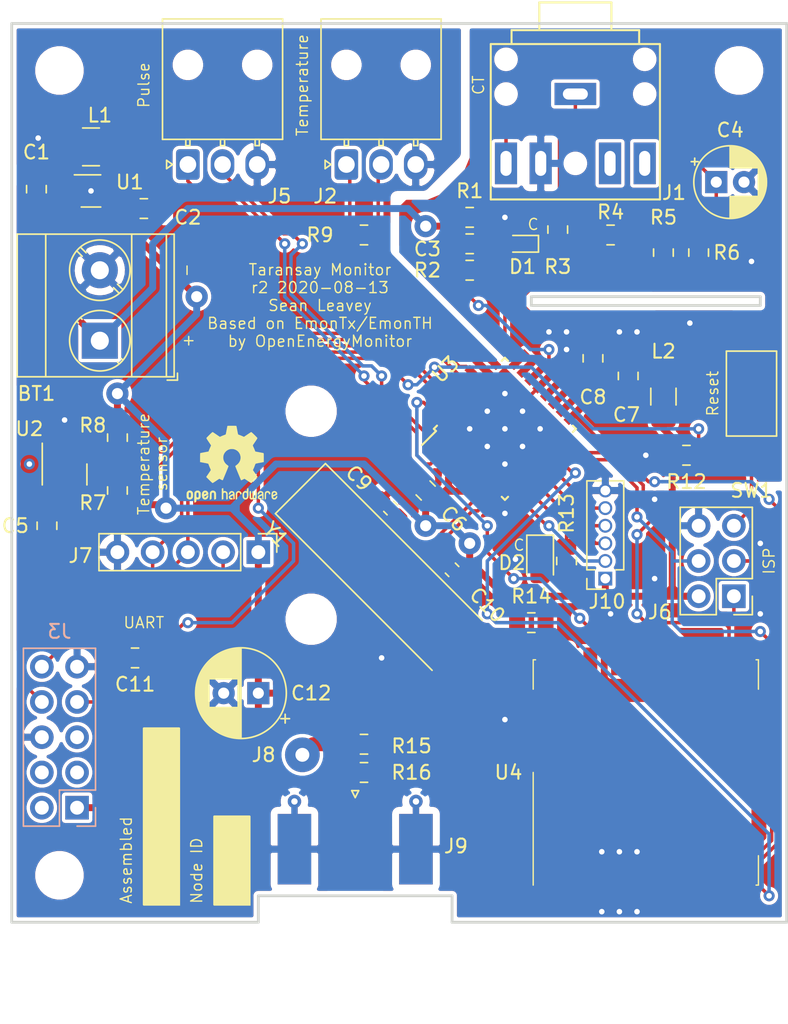
<source format=kicad_pcb>
(kicad_pcb (version 20171130) (host pcbnew 5.1.6-c6e7f7d~87~ubuntu18.04.1)
  (layers (0 F.Cu signal) (31 B.Cu signal) (34 B.Paste user) (35 F.Paste user) (36 B.SilkS user) (37 F.SilkS user) (38 B.Mask user hide) (39 F.Mask user hide) (44 Edge.Cuts user))
  (net 0 "")
  (net 1 GND)
  (net 2 +BATT)
  (net 3 +3V3)
  (net 4 /Microcontroller/BATT_MON)
  (net 5 "Net-(C4-Pad1)")
  (net 6 "Net-(C8-Pad1)")
  (net 7 "Net-(C9-Pad2)")
  (net 8 "Net-(C10-Pad2)")
  (net 9 /Microcontroller/Reset)
  (net 10 "Net-(C11-Pad1)")
  (net 11 /Microcontroller/CT_SIGNAL)
  (net 12 "Net-(D2-Pad2)")
  (net 13 "Net-(J1-Pad3)")
  (net 14 "Net-(J1-Pad2)")
  (net 15 "Net-(J1-Pad1)")
  (net 16 /Microcontroller/DS_SIGNAL)
  (net 17 /Microcontroller/DS_POWER)
  (net 18 /Microcontroller/PULSE_POWER)
  (net 19 /Microcontroller/PULSE_IRQ)
  (net 20 /Microcontroller/MISO)
  (net 21 /Microcontroller/SCK)
  (net 22 /Microcontroller/MOSI)
  (net 23 /Microcontroller/TX)
  (net 24 /Microcontroller/RX)
  (net 25 "Net-(J8-Pad1)")
  (net 26 "Net-(J9-Pad1)")
  (net 27 "Net-(L1-Pad2)")
  (net 28 /Microcontroller/SCL)
  (net 29 /Microcontroller/SDA)
  (net 30 "Net-(R13-Pad2)")
  (net 31 /Microcontroller/RF_SS)
  (net 32 "Net-(R15-Pad2)")
  (net 33 "Net-(U2-Pad7)")
  (net 34 "Net-(U2-Pad3)")
  (net 35 "Net-(U2-Pad4)")
  (net 36 "Net-(U3-Pad19)")
  (net 37 /Microcontroller/RF_IRQ)
  (net 38 "Net-(U4-Pad4)")
  (net 39 "Net-(U4-Pad10)")
  (net 40 "Net-(U4-Pad11)")
  (net 41 "Net-(U4-Pad12)")
  (net 42 "Net-(U4-Pad13)")
  (net 43 +3.3VA)
  (net 44 "Net-(U3-Pad23)")
  (net 45 /Microcontroller/D5)
  (net 46 /Microcontroller/D7)
  (net 47 /Microcontroller/D8)
  (net 48 /Microcontroller/D9)
  (net 49 "Net-(J3-Pad3)")
  (net 50 "Net-(J3-Pad4)")
  (net 51 "Net-(J3-Pad2)")
  (net 52 "Net-(J3-Pad5)")
  (module Connector_Audio:StereoJack_3.5mm_Switch_Cliff_JY039-5P_Horizontal (layer F.Cu) (at 125.73 40.64 270)
    (fp_text reference J1 (at 7.112 -7.112 180) (layer F.SilkS))
    (fp_text value CT)
    (pad "" np_thru_hole circle (at 0 5 270) (size 1.2 1.2) (drill 1.2) (layers *.Cu *.Mask))
    (pad "" np_thru_hole circle (at -2.5 5 270) (size 1.2 1.2) (drill 1.2) (layers *.Cu *.Mask))
    (pad 1 thru_hole rect (at 0 0) (size 3 1.6) (drill oval 1.8 0.8) (layers *.Cu *.Mask) (net 15 "Net-(J1-Pad1)"))
    (pad 5 thru_hole rect (at 5 5 270) (size 3 1.6) (drill oval 1.8 0.8) (layers *.Cu *.Mask) (net 5 "Net-(C4-Pad1)"))
    (pad 4 thru_hole rect (at 5 2.5 270) (size 3 1.6) (drill oval 1.8 0.8) (layers *.Cu *.Mask) (net 1 GND))
    (pad 3 thru_hole rect (at 5 -2.5 270) (size 3 1.6) (drill oval 1.8 0.8) (layers *.Cu *.Mask) (net 13 "Net-(J1-Pad3)"))
    (pad 2 thru_hole rect (at 5 -5 270) (size 3 1.6) (drill oval 1.8 0.8) (layers *.Cu *.Mask) (net 14 "Net-(J1-Pad2)"))
    (pad "" np_thru_hole circle (at 5 0 270) (size 1.2 1.2) (drill 1.2) (layers *.Cu *.Mask))
    (pad "" np_thru_hole circle (at 0 -5 270) (size 1.2 1.2) (drill 1.2) (layers *.Cu *.Mask))
    (pad "" np_thru_hole circle (at -2.5 -5 270) (size 1.2 1.2) (drill 1.2) (layers *.Cu *.Mask))
  )
  (module Connector_Coaxial:SMA_Molex_73251-1153_EdgeMount_Horizontal (layer F.Cu) (at 109.855 93.345 90)
    (fp_text reference J9 (at -1.5 7.2644 180) (layer F.SilkS))
    (fp_text value "SMA antenna")
    (pad 2 smd rect (at 1.27 4.38 90) (size 0.95 0.46) (layers B.Cu) (net 1 GND))
    (pad 2 smd rect (at 1.27 -4.38 90) (size 0.95 0.46) (layers B.Cu) (net 1 GND))
    (pad 2 smd rect (at 1.27 4.38 90) (size 0.95 0.46) (layers F.Cu) (net 1 GND))
    (pad 2 smd rect (at 1.27 -4.38 90) (size 0.95 0.46) (layers F.Cu) (net 1 GND))
    (pad 2 thru_hole circle (at 1.72 4.38 90) (size 0.97 0.97) (drill 0.46) (layers *.Cu) (net 1 GND))
    (pad 2 thru_hole circle (at 1.72 -4.38 90) (size 0.97 0.97) (drill 0.46) (layers *.Cu) (net 1 GND))
    (pad 2 smd rect (at -1.72 4.38 90) (size 5.08 2.42) (layers B.Cu B.Paste B.Mask) (net 1 GND))
    (pad 2 smd rect (at -1.72 -4.38 90) (size 5.08 2.42) (layers B.Cu B.Paste B.Mask) (net 1 GND))
    (pad 2 smd rect (at -1.72 4.38 90) (size 5.08 2.42) (layers F.Cu F.Paste F.Mask) (net 1 GND))
    (pad 2 smd rect (at -1.72 -4.38 90) (size 5.08 2.42) (layers F.Cu F.Paste F.Mask) (net 1 GND))
    (pad 1 smd rect (at -1.72 0 90) (size 5.08 2.29) (layers F.Cu F.Paste F.Mask) (net 26 "Net-(J9-Pad1)"))
  )
  (module Connector_PinHeader_2.54mm:PinHeader_1x05_P2.54mm_Vertical (layer F.Cu) (at 102.87 73.66 270)
    (fp_text reference J7 (at 0.254 12.827) (layer F.SilkS))
    (fp_text value UART)
    (pad 1 thru_hole rect (at 0 0 270) (size 1.7 1.7) (drill 1) (layers *.Cu *.Mask) (net 3 +3V3))
    (pad 2 thru_hole oval (at 0 2.54 270) (size 1.7 1.7) (drill 1) (layers *.Cu *.Mask) (net 10 "Net-(C11-Pad1)"))
    (pad 3 thru_hole oval (at 0 5.08 270) (size 1.7 1.7) (drill 1) (layers *.Cu *.Mask) (net 23 /Microcontroller/TX))
    (pad 4 thru_hole oval (at 0 7.62 270) (size 1.7 1.7) (drill 1) (layers *.Cu *.Mask) (net 24 /Microcontroller/RX))
    (pad 5 thru_hole oval (at 0 10.16 270) (size 1.7 1.7) (drill 1) (layers *.Cu *.Mask) (net 1 GND))
  )
  (module Capacitor_SMD:C_0805_2012Metric_Pad1.15x1.40mm_HandSolder (layer F.Cu) (at 86.868 47.498 90)
    (fp_text reference C1 (at 2.667 0 -180) (layer F.SilkS))
    (fp_text value 1u)
    (pad 1 smd roundrect (at -1.025 0 90) (size 1.15 1.4) (layers F.Cu F.Paste F.Mask) (roundrect_rratio 0.217391) (net 2 +BATT))
    (pad 2 smd roundrect (at 1.025 0 90) (size 1.15 1.4) (layers F.Cu F.Paste F.Mask) (roundrect_rratio 0.217391) (net 1 GND))
  )
  (module Capacitor_SMD:C_0805_2012Metric_Pad1.15x1.40mm_HandSolder (layer F.Cu) (at 94.615 48.895)
    (fp_text reference C2 (at 3.175 0.635 -180) (layer F.SilkS))
    (fp_text value 22u)
    (pad 2 smd roundrect (at 1.025 0) (size 1.15 1.4) (layers F.Cu F.Paste F.Mask) (roundrect_rratio 0.217) (net 1 GND))
    (pad 1 smd roundrect (at -1.025 0) (size 1.15 1.4) (layers F.Cu F.Paste F.Mask) (roundrect_rratio 0.217391) (net 3 +3V3))
  )
  (module Capacitor_SMD:C_0805_2012Metric_Pad1.15x1.40mm_HandSolder (layer F.Cu) (at 118.11 51.435 180)
    (fp_text reference C3 (at 3.048 -0.381) (layer F.SilkS))
    (fp_text value NP)
    (pad 1 smd roundrect (at -1.025 0 180) (size 1.15 1.4) (layers F.Cu F.Paste F.Mask) (roundrect_rratio 0.217391) (net 4 /Microcontroller/BATT_MON))
    (pad 2 smd roundrect (at 1.025 0 180) (size 1.15 1.4) (layers F.Cu F.Paste F.Mask) (roundrect_rratio 0.217391) (net 1 GND))
  )
  (module Capacitor_THT:CP_Radial_D5.0mm_P2.00mm (layer F.Cu) (at 135.89 46.99)
    (fp_text reference C4 (at 1 -3.75) (layer F.SilkS))
    (fp_text value 10u)
    (pad 1 thru_hole rect (at 0 0) (size 1.6 1.6) (drill 0.8) (layers *.Cu *.Mask) (net 5 "Net-(C4-Pad1)"))
    (pad 2 thru_hole circle (at 2 0) (size 1.6 1.6) (drill 0.8) (layers *.Cu *.Mask) (net 1 GND))
  )
  (module Capacitor_SMD:C_0805_2012Metric_Pad1.15x1.40mm_HandSolder (layer F.Cu) (at 87.63 71.755 270)
    (fp_text reference C5 (at 0 2.286 180) (layer F.SilkS))
    (fp_text value 100n)
    (pad 2 smd roundrect (at 1.025 0 270) (size 1.15 1.4) (layers F.Cu F.Paste F.Mask) (roundrect_rratio 0.217391) (net 1 GND))
    (pad 1 smd roundrect (at -1.025 0 270) (size 1.15 1.4) (layers F.Cu F.Paste F.Mask) (roundrect_rratio 0.217391) (net 3 +3V3))
  )
  (module Capacitor_SMD:C_0805_2012Metric_Pad1.15x1.40mm_HandSolder (layer F.Cu) (at 114.935 69.215 135)
    (fp_text reference C6 (at -2.873682 0 135) (layer F.SilkS))
    (fp_text value 100n)
    (pad 2 smd roundrect (at 1.024999 0 135) (size 1.15 1.4) (layers F.Cu F.Paste F.Mask) (roundrect_rratio 0.217391) (net 1 GND))
    (pad 1 smd roundrect (at -1.024999 0 135) (size 1.15 1.4) (layers F.Cu F.Paste F.Mask) (roundrect_rratio 0.217391) (net 3 +3V3))
  )
  (module Capacitor_SMD:C_0805_2012Metric_Pad1.15x1.40mm_HandSolder (layer F.Cu) (at 129.54 60.96 90)
    (fp_text reference C7 (at -2.794 -0.127 180) (layer F.SilkS))
    (fp_text value 100n)
    (pad 1 smd roundrect (at -1.025 0 90) (size 1.15 1.4) (layers F.Cu F.Paste F.Mask) (roundrect_rratio 0.217391) (net 43 +3.3VA))
    (pad 2 smd roundrect (at 1.025 0 90) (size 1.15 1.4) (layers F.Cu F.Paste F.Mask) (roundrect_rratio 0.217391) (net 1 GND))
  )
  (module Capacitor_SMD:C_0805_2012Metric_Pad1.15x1.40mm_HandSolder (layer F.Cu) (at 127 59.69 90)
    (fp_text reference C8 (at -2.794 0 180) (layer F.SilkS))
    (fp_text value 100n)
    (pad 1 smd roundrect (at -1.025 0 90) (size 1.15 1.4) (layers F.Cu F.Paste F.Mask) (roundrect_rratio 0.217391) (net 6 "Net-(C8-Pad1)"))
    (pad 2 smd roundrect (at 1.025 0 90) (size 1.15 1.4) (layers F.Cu F.Paste F.Mask) (roundrect_rratio 0.217391) (net 1 GND))
  )
  (module Capacitor_SMD:C_0603_1608Metric_Pad1.05x0.95mm_HandSolder (layer F.Cu) (at 112.395 70.485 315)
    (fp_text reference C9 (at -3.14309 0.089803 135) (layer F.SilkS))
    (fp_text value 26p)
    (pad 2 smd roundrect (at 0.874999 0 315) (size 1.05 0.95) (layers F.Cu F.Paste F.Mask) (net 7 "Net-(C9-Pad2)"))
    (pad 1 smd roundrect (at -0.874999 0 315) (size 1.05 0.95) (layers F.Cu F.Paste F.Mask) (net 1 GND))
  )
  (module Capacitor_SMD:C_0603_1608Metric_Pad1.05x0.95mm_HandSolder (layer F.Cu) (at 116.84 74.93 135)
    (fp_text reference C10 (at -3.592102 0 135) (layer F.SilkS))
    (fp_text value 26p)
    (pad 1 smd roundrect (at -0.874999 0 135) (size 1.05 0.95) (layers F.Cu F.Paste F.Mask) (net 1 GND))
    (pad 2 smd roundrect (at 0.874999 0 135) (size 1.05 0.95) (layers F.Cu F.Paste F.Mask) (net 8 "Net-(C10-Pad2)"))
  )
  (module Capacitor_SMD:C_0805_2012Metric_Pad1.15x1.40mm_HandSolder (layer F.Cu) (at 93.98 81.28)
    (fp_text reference C11 (at 0 1.905) (layer F.SilkS))
    (fp_text value 100n)
    (pad 2 smd roundrect (at 1.025 0) (size 1.15 1.4) (layers F.Cu F.Paste F.Mask) (roundrect_rratio 0.217391) (net 9 /Microcontroller/Reset))
    (pad 1 smd roundrect (at -1.025 0) (size 1.15 1.4) (layers F.Cu F.Paste F.Mask) (roundrect_rratio 0.217391) (net 10 "Net-(C11-Pad1)"))
  )
  (module Capacitor_THT:CP_Radial_D6.3mm_P2.50mm (layer F.Cu) (at 102.87 83.82 180)
    (fp_text reference C12 (at -3.81 0 180) (layer F.SilkS))
    (fp_text value 68u)
    (pad 1 thru_hole rect (at 0 0 180) (size 1.6 1.6) (drill 0.8) (layers *.Cu *.Mask) (net 3 +3V3))
    (pad 2 thru_hole circle (at 2.5 0 180) (size 1.6 1.6) (drill 0.8) (layers *.Cu *.Mask) (net 1 GND))
  )
  (module Diode_SMD:D_SOD-523 (layer F.Cu) (at 121.92 51.435 180)
    (fp_text reference D1 (at 0 -1.651 180) (layer F.SilkS))
    (fp_text value ESD5Z3.3T1G)
    (pad 2 smd rect (at 0.7 0) (size 0.6 0.7) (layers F.Cu F.Paste F.Mask) (net 1 GND))
    (pad 1 smd rect (at -0.7 0) (size 0.6 0.7) (layers F.Cu F.Paste F.Mask) (net 11 /Microcontroller/CT_SIGNAL))
  )
  (module LED_SMD:LED_0805_2012Metric_Pad1.15x1.40mm_HandSolder (layer F.Cu) (at 123.19 74.295 270)
    (fp_text reference D2 (at 0.127 2.032) (layer F.SilkS))
    (fp_text value LED)
    (pad 1 smd roundrect (at -1.025 0 270) (size 1.15 1.4) (layers F.Cu F.Paste F.Mask) (roundrect_rratio 0.217391) (net 1 GND))
    (pad 2 smd roundrect (at 1.025 0 270) (size 1.15 1.4) (layers F.Cu F.Paste F.Mask) (roundrect_rratio 0.217391) (net 12 "Net-(D2-Pad2)"))
  )
  (module MountingHole:MountingHole_3mm (layer F.Cu) (at 88.53 96.945)
    (fp_text reference H1 hide)
    (fp_text value "Mount 1" hide)
    (pad 1 np_thru_hole circle (at 0 0) (size 3 3) (drill 3) (layers *.Cu *.Mask))
  )
  (module MountingHole:MountingHole_3mm (layer F.Cu) (at 137.53 38.945)
    (fp_text reference H2 hide)
    (fp_text value "Mount 2" hide)
    (pad 1 np_thru_hole circle (at 0 0) (size 3 3) (drill 3) (layers *.Cu *.Mask))
  )
  (module MountingHole:MountingHole_3mm (layer F.Cu) (at 88.53 38.945)
    (fp_text reference H3 hide)
    (fp_text value "Mount 3" hide)
    (pad 1 np_thru_hole circle (at 0 0) (size 3 3) (drill 3) (layers *.Cu *.Mask))
  )
  (module Connector_Molex:Molex_Nano-Fit_105313-xx03_1x03_P2.50mm_Horizontal (layer F.Cu) (at 109.22 45.72 90)
    (fp_text reference J2 (at -2.286 -1.524) (layer F.SilkS))
    (fp_text value T1)
    (pad "" np_thru_hole circle (at 7.18 5 90) (size 1.7 1.7) (drill 1.7) (layers *.Cu *.Mask))
    (pad "" np_thru_hole circle (at 7.18 0 90) (size 1.7 1.7) (drill 1.7) (layers *.Cu *.Mask))
    (pad 3 thru_hole oval (at 0 5 90) (size 2.2 1.7) (drill 1.2) (layers *.Cu *.Mask) (net 1 GND))
    (pad 2 thru_hole oval (at 0 2.5 90) (size 2.2 1.7) (drill 1.2) (layers *.Cu *.Mask) (net 16 /Microcontroller/DS_SIGNAL))
    (pad 1 thru_hole roundrect (at 0 0 90) (size 2.2 1.7) (drill 1.2) (layers *.Cu *.Mask) (roundrect_rratio 0.147059) (net 17 /Microcontroller/DS_POWER))
  )
  (module Connector_Molex:Molex_Nano-Fit_105313-xx03_1x03_P2.50mm_Horizontal (layer F.Cu) (at 97.79 45.72 90)
    (fp_text reference J5 (at -2.286 6.604) (layer F.SilkS))
    (fp_text value Pulse)
    (pad 1 thru_hole roundrect (at 0 0 90) (size 2.2 1.7) (drill 1.2) (layers *.Cu *.Mask) (roundrect_rratio 0.147059) (net 18 /Microcontroller/PULSE_POWER))
    (pad 2 thru_hole oval (at 0 2.5 90) (size 2.2 1.7) (drill 1.2) (layers *.Cu *.Mask) (net 19 /Microcontroller/PULSE_IRQ))
    (pad 3 thru_hole oval (at 0 5 90) (size 2.2 1.7) (drill 1.2) (layers *.Cu *.Mask) (net 1 GND))
    (pad "" np_thru_hole circle (at 7.18 0 90) (size 1.7 1.7) (drill 1.7) (layers *.Cu *.Mask))
    (pad "" np_thru_hole circle (at 7.18 5 90) (size 1.7 1.7) (drill 1.7) (layers *.Cu *.Mask))
  )
  (module Connector_PinHeader_2.54mm:PinHeader_2x03_P2.54mm_Vertical (layer F.Cu) (at 137.16 76.835 180)
    (fp_text reference J6 (at 5.334 -1.143) (layer F.SilkS))
    (fp_text value ISP)
    (pad 1 thru_hole rect (at 0 0 180) (size 1.7 1.7) (drill 1) (layers *.Cu *.Mask) (net 20 /Microcontroller/MISO))
    (pad 2 thru_hole oval (at 2.54 0 180) (size 1.7 1.7) (drill 1) (layers *.Cu *.Mask) (net 3 +3V3))
    (pad 3 thru_hole oval (at 0 2.54 180) (size 1.7 1.7) (drill 1) (layers *.Cu *.Mask) (net 21 /Microcontroller/SCK))
    (pad 4 thru_hole oval (at 2.54 2.54 180) (size 1.7 1.7) (drill 1) (layers *.Cu *.Mask) (net 22 /Microcontroller/MOSI))
    (pad 5 thru_hole oval (at 0 5.08 180) (size 1.7 1.7) (drill 1) (layers *.Cu *.Mask) (net 9 /Microcontroller/Reset))
    (pad 6 thru_hole oval (at 2.54 5.08 180) (size 1.7 1.7) (drill 1) (layers *.Cu *.Mask) (net 1 GND))
  )
  (module Connector_Wire:SolderWirePad_1x01_Drill1mm (layer F.Cu) (at 106.045 88.265)
    (fp_text reference J8 (at -2.794 0) (layer F.SilkS))
    (fp_text value "Whip antenna")
    (pad 1 thru_hole circle (at 0 0) (size 2.49936 2.49936) (drill 1.00076) (layers *.Cu *.Mask) (net 25 "Net-(J8-Pad1)"))
  )
  (module Inductor_SMD:L_1210_3225Metric_Pad1.42x2.65mm_HandSolder (layer F.Cu) (at 90.805 44.45)
    (fp_text reference L1 (at 0.635 -2.28) (layer F.SilkS))
    (fp_text value 10u)
    (pad 1 smd roundrect (at -1.4875 0) (size 1.425 2.65) (layers F.Cu F.Paste F.Mask) (roundrect_rratio 0.175439) (net 2 +BATT))
    (pad 2 smd roundrect (at 1.4875 0) (size 1.425 2.65) (layers F.Cu F.Paste F.Mask) (roundrect_rratio 0.175439) (net 27 "Net-(L1-Pad2)"))
  )
  (module Inductor_SMD:L_1206_3216Metric_Pad1.42x1.75mm_HandSolder (layer F.Cu) (at 132.08 62.4475 270)
    (fp_text reference L2 (at -3.2655 0) (layer F.SilkS))
    (fp_text value 10u)
    (pad 1 smd roundrect (at -1.4875 0 270) (size 1.425 1.75) (layers F.Cu F.Paste F.Mask) (roundrect_rratio 0.175439) (net 43 +3.3VA))
    (pad 2 smd roundrect (at 1.4875 0 270) (size 1.425 1.75) (layers F.Cu F.Paste F.Mask) (roundrect_rratio 0.175439) (net 3 +3V3))
  )
  (module Resistor_SMD:R_0805_2012Metric_Pad1.15x1.40mm_HandSolder (layer F.Cu) (at 118.11 49.53)
    (fp_text reference R1 (at 0 -1.905 180) (layer F.SilkS))
    (fp_text value 470k)
    (pad 1 smd roundrect (at -1.025 0) (size 1.15 1.4) (layers F.Cu F.Paste F.Mask) (roundrect_rratio 0.217391) (net 2 +BATT))
    (pad 2 smd roundrect (at 1.025 0) (size 1.15 1.4) (layers F.Cu F.Paste F.Mask) (roundrect_rratio 0.217391) (net 4 /Microcontroller/BATT_MON))
  )
  (module Resistor_SMD:R_0805_2012Metric_Pad1.15x1.40mm_HandSolder (layer F.Cu) (at 118.11 53.34 180)
    (fp_text reference R2 (at 3.048 0) (layer F.SilkS))
    (fp_text value 470k)
    (pad 2 smd roundrect (at 1.025 0 180) (size 1.15 1.4) (layers F.Cu F.Paste F.Mask) (roundrect_rratio 0.217391) (net 1 GND))
    (pad 1 smd roundrect (at -1.025 0 180) (size 1.15 1.4) (layers F.Cu F.Paste F.Mask) (roundrect_rratio 0.217391) (net 4 /Microcontroller/BATT_MON))
  )
  (module Resistor_SMD:R_0805_2012Metric_Pad1.15x1.40mm_HandSolder (layer F.Cu) (at 124.46 50.41 90)
    (fp_text reference R3 (at -2.676 0 180) (layer F.SilkS))
    (fp_text value 1k)
    (pad 1 smd roundrect (at -1.025 0 90) (size 1.15 1.4) (layers F.Cu F.Paste F.Mask) (roundrect_rratio 0.217391) (net 11 /Microcontroller/CT_SIGNAL))
    (pad 2 smd roundrect (at 1.025 0 90) (size 1.15 1.4) (layers F.Cu F.Paste F.Mask) (roundrect_rratio 0.217391) (net 15 "Net-(J1-Pad1)"))
  )
  (module Resistor_SMD:R_0805_2012Metric_Pad1.15x1.40mm_HandSolder (layer F.Cu) (at 128.27 50.8)
    (fp_text reference R4 (at 0 -1.65) (layer F.SilkS))
    (fp_text value 22R/0.1%)
    (pad 2 smd roundrect (at 1.025 0) (size 1.15 1.4) (layers F.Cu F.Paste F.Mask) (roundrect_rratio 0.217391) (net 5 "Net-(C4-Pad1)"))
    (pad 1 smd roundrect (at -1.025 0) (size 1.15 1.4) (layers F.Cu F.Paste F.Mask) (roundrect_rratio 0.217391) (net 15 "Net-(J1-Pad1)"))
  )
  (module Resistor_SMD:R_0805_2012Metric_Pad1.15x1.40mm_HandSolder (layer F.Cu) (at 132.08 52.07 90)
    (fp_text reference R5 (at 2.54 0 180) (layer F.SilkS))
    (fp_text value 470k/0.1%)
    (pad 1 smd roundrect (at -1.025 0 90) (size 1.15 1.4) (layers F.Cu F.Paste F.Mask) (roundrect_rratio 0.217391) (net 43 +3.3VA))
    (pad 2 smd roundrect (at 1.025 0 90) (size 1.15 1.4) (layers F.Cu F.Paste F.Mask) (roundrect_rratio 0.217391) (net 5 "Net-(C4-Pad1)"))
  )
  (module Resistor_SMD:R_0805_2012Metric_Pad1.15x1.40mm_HandSolder (layer F.Cu) (at 134.62 52.07 270)
    (fp_text reference R6 (at 0 -2.032) (layer F.SilkS))
    (fp_text value 470k/0.1%)
    (pad 2 smd roundrect (at 1.025 0 270) (size 1.15 1.4) (layers F.Cu F.Paste F.Mask) (roundrect_rratio 0.217391) (net 1 GND))
    (pad 1 smd roundrect (at -1.025 0 270) (size 1.15 1.4) (layers F.Cu F.Paste F.Mask) (roundrect_rratio 0.217391) (net 5 "Net-(C4-Pad1)"))
  )
  (module Resistor_SMD:R_0805_2012Metric_Pad1.15x1.40mm_HandSolder (layer F.Cu) (at 92.71 69.215 90)
    (fp_text reference R7 (at -0.889 -1.778 180) (layer F.SilkS))
    (fp_text value 4k7)
    (pad 1 smd roundrect (at -1.025 0 90) (size 1.15 1.4) (layers F.Cu F.Paste F.Mask) (roundrect_rratio 0.217391) (net 3 +3V3))
    (pad 2 smd roundrect (at 1.025 0 90) (size 1.15 1.4) (layers F.Cu F.Paste F.Mask) (roundrect_rratio 0.217391) (net 28 /Microcontroller/SCL))
  )
  (module Resistor_SMD:R_0805_2012Metric_Pad1.15x1.40mm_HandSolder (layer F.Cu) (at 92.71 65.405 270)
    (fp_text reference R8 (at -0.889 1.778) (layer F.SilkS))
    (fp_text value 4k7)
    (pad 2 smd roundrect (at 1.025 0 270) (size 1.15 1.4) (layers F.Cu F.Paste F.Mask) (roundrect_rratio 0.217391) (net 29 /Microcontroller/SDA))
    (pad 1 smd roundrect (at -1.025 0 270) (size 1.15 1.4) (layers F.Cu F.Paste F.Mask) (roundrect_rratio 0.217391) (net 3 +3V3))
  )
  (module Resistor_SMD:R_0805_2012Metric_Pad1.15x1.40mm_HandSolder (layer F.Cu) (at 110.49 50.8)
    (fp_text reference R9 (at -3.175 0) (layer F.SilkS))
    (fp_text value 4k7)
    (pad 1 smd roundrect (at -1.025 0) (size 1.15 1.4) (layers F.Cu F.Paste F.Mask) (roundrect_rratio 0.217391) (net 17 /Microcontroller/DS_POWER))
    (pad 2 smd roundrect (at 1.025 0) (size 1.15 1.4) (layers F.Cu F.Paste F.Mask) (roundrect_rratio 0.217391) (net 16 /Microcontroller/DS_SIGNAL))
  )
  (module Resistor_SMD:R_0805_2012Metric_Pad1.15x1.40mm_HandSolder (layer F.Cu) (at 133.74 66.675)
    (fp_text reference R12 (at 0 1.905) (layer F.SilkS))
    (fp_text value 10k)
    (pad 1 smd roundrect (at -1.025 0) (size 1.15 1.4) (layers F.Cu F.Paste F.Mask) (roundrect_rratio 0.217391) (net 3 +3V3))
    (pad 2 smd roundrect (at 1.025 0) (size 1.15 1.4) (layers F.Cu F.Paste F.Mask) (roundrect_rratio 0.217391) (net 9 /Microcontroller/Reset))
  )
  (module Resistor_SMD:R_0805_2012Metric_Pad1.15x1.40mm_HandSolder (layer F.Cu) (at 125.095 74.295 90)
    (fp_text reference R13 (at 3.429 0 90) (layer F.SilkS))
    (fp_text value 1k)
    (pad 2 smd roundrect (at 1.025 0 90) (size 1.15 1.4) (layers F.Cu F.Paste F.Mask) (roundrect_rratio 0.217391) (net 30 "Net-(R13-Pad2)"))
    (pad 1 smd roundrect (at -1.025 0 90) (size 1.15 1.4) (layers F.Cu F.Paste F.Mask) (roundrect_rratio 0.217391) (net 12 "Net-(D2-Pad2)"))
  )
  (module Resistor_SMD:R_0805_2012Metric_Pad1.15x1.40mm_HandSolder (layer F.Cu) (at 122.555 78.74 180)
    (fp_text reference R14 (at 0 1.905 180) (layer F.SilkS))
    (fp_text value 100k)
    (pad 2 smd roundrect (at 1.025 0 180) (size 1.15 1.4) (layers F.Cu F.Paste F.Mask) (roundrect_rratio 0.217391) (net 31 /Microcontroller/RF_SS))
    (pad 1 smd roundrect (at -1.025 0 180) (size 1.15 1.4) (layers F.Cu F.Paste F.Mask) (roundrect_rratio 0.217391) (net 3 +3V3))
  )
  (module Resistor_SMD:R_0805_2012Metric_Pad1.15x1.40mm_HandSolder (layer F.Cu) (at 110.49 87.503)
    (fp_text reference R15 (at 3.429 0.127) (layer F.SilkS))
    (fp_text value 0R)
    (pad 1 smd roundrect (at -1.025 0) (size 1.15 1.4) (layers F.Cu F.Paste F.Mask) (roundrect_rratio 0.217391) (net 25 "Net-(J8-Pad1)"))
    (pad 2 smd roundrect (at 1.025 0) (size 1.15 1.4) (layers F.Cu F.Paste F.Mask) (roundrect_rratio 0.217391) (net 32 "Net-(R15-Pad2)"))
  )
  (module Resistor_SMD:R_0805_2012Metric_Pad1.15x1.40mm_HandSolder (layer F.Cu) (at 110.49 89.535)
    (fp_text reference R16 (at 3.429 0 180) (layer F.SilkS))
    (fp_text value 0R)
    (pad 2 smd roundrect (at 1.025 0) (size 1.15 1.4) (layers F.Cu F.Paste F.Mask) (roundrect_rratio 0.217391) (net 32 "Net-(R15-Pad2)"))
    (pad 1 smd roundrect (at -1.025 0) (size 1.15 1.4) (layers F.Cu F.Paste F.Mask) (roundrect_rratio 0.217391) (net 26 "Net-(J9-Pad1)"))
  )
  (module Button_Switch_SMD:SW_SPST_FSMSM (layer F.Cu) (at 138.43 62.23 90)
    (fp_text reference SW1 (at -6.985 0 180) (layer F.SilkS))
    (fp_text value Reset)
    (pad 1 smd rect (at -4.59 0 90) (size 2.18 1.6) (layers F.Cu F.Paste F.Mask) (net 9 /Microcontroller/Reset))
    (pad 2 smd rect (at 4.59 0 90) (size 2.18 1.6) (layers F.Cu F.Paste F.Mask) (net 1 GND))
  )
  (module Package_TO_SOT_SMD:SOT-363_SC-70-6 (layer F.Cu) (at 90.805 47.625)
    (fp_text reference U1 (at 2.794 -0.635) (layer F.SilkS))
    (fp_text value LTC3525-3.3)
    (pad 1 smd rect (at -0.95 -0.65) (size 0.65 0.4) (layers F.Cu F.Paste F.Mask) (net 2 +BATT))
    (pad 3 smd rect (at -0.95 0.65) (size 0.65 0.4) (layers F.Cu F.Paste F.Mask) (net 2 +BATT))
    (pad 5 smd rect (at 0.95 0) (size 0.65 0.4) (layers F.Cu F.Paste F.Mask) (net 1 GND))
    (pad 2 smd rect (at -0.95 0) (size 0.65 0.4) (layers F.Cu F.Paste F.Mask) (net 1 GND))
    (pad 4 smd rect (at 0.95 0.65) (size 0.65 0.4) (layers F.Cu F.Paste F.Mask) (net 3 +3V3))
    (pad 6 smd rect (at 0.95 -0.65) (size 0.65 0.4) (layers F.Cu F.Paste F.Mask) (net 27 "Net-(L1-Pad2)"))
  )
  (module Package_DFN_QFN:DFN-6-1EP_3x3mm_P1mm_EP1.5x2.4mm (layer F.Cu) (at 88.9 67.31 270)
    (fp_text reference U2 (at -2.54 2.54) (layer F.SilkS))
    (fp_text value Si7020-A20)
    (pad 7 smd roundrect (at 0 0 270) (size 1.5 2.4) (layers F.Cu F.Mask) (roundrect_rratio 0.166667) (net 33 "Net-(U2-Pad7)"))
    (pad 1 smd roundrect (at -1.45 -1 270) (size 0.8 0.4) (layers F.Cu F.Paste F.Mask) (net 29 /Microcontroller/SDA))
    (pad 2 smd roundrect (at -1.45 0 270) (size 0.8 0.4) (layers F.Cu F.Paste F.Mask) (net 1 GND))
    (pad 3 smd roundrect (at -1.45 1 270) (size 0.8 0.4) (layers F.Cu F.Paste F.Mask) (net 34 "Net-(U2-Pad3)"))
    (pad 4 smd roundrect (at 1.45 1 270) (size 0.8 0.4) (layers F.Cu F.Paste F.Mask) (net 35 "Net-(U2-Pad4)"))
    (pad 5 smd roundrect (at 1.45 0 270) (size 0.8 0.4) (layers F.Cu F.Paste F.Mask) (net 3 +3V3))
    (pad 6 smd roundrect (at 1.45 -1 270) (size 0.8 0.4) (layers F.Cu F.Paste F.Mask) (net 28 /Microcontroller/SCL))
  )
  (module Package_QFP:TQFP-32_7x7mm_P0.8mm (layer F.Cu) (at 120.65 64.77 45)
    (fp_text reference U3 (at 0 -6.05 45) (layer F.SilkS))
    (fp_text value ATmega328P-AU)
    (pad 1 smd rect (at -4.25 -2.8 45) (size 1.6 0.55) (layers F.Cu F.Paste F.Mask) (net 19 /Microcontroller/PULSE_IRQ))
    (pad 2 smd rect (at -4.25 -2 45) (size 1.6 0.55) (layers F.Cu F.Paste F.Mask) (net 18 /Microcontroller/PULSE_POWER))
    (pad 3 smd rect (at -4.25 -1.2 45) (size 1.6 0.55) (layers F.Cu F.Paste F.Mask) (net 1 GND))
    (pad 4 smd rect (at -4.25 -0.4 45) (size 1.6 0.55) (layers F.Cu F.Paste F.Mask) (net 3 +3V3))
    (pad 5 smd rect (at -4.25 0.4 45) (size 1.6 0.55) (layers F.Cu F.Paste F.Mask) (net 1 GND))
    (pad 6 smd rect (at -4.25 1.2 45) (size 1.6 0.55) (layers F.Cu F.Paste F.Mask) (net 3 +3V3))
    (pad 7 smd rect (at -4.25 2 45) (size 1.6 0.55) (layers F.Cu F.Paste F.Mask) (net 7 "Net-(C9-Pad2)"))
    (pad 8 smd rect (at -4.25 2.8 45) (size 1.6 0.55) (layers F.Cu F.Paste F.Mask) (net 8 "Net-(C10-Pad2)"))
    (pad 9 smd rect (at -2.8 4.25 135) (size 1.6 0.55) (layers F.Cu F.Paste F.Mask) (net 45 /Microcontroller/D5))
    (pad 10 smd rect (at -2 4.25 135) (size 1.6 0.55) (layers F.Cu F.Paste F.Mask) (net 30 "Net-(R13-Pad2)"))
    (pad 11 smd rect (at -1.2 4.25 135) (size 1.6 0.55) (layers F.Cu F.Paste F.Mask) (net 46 /Microcontroller/D7))
    (pad 12 smd rect (at -0.4 4.25 135) (size 1.6 0.55) (layers F.Cu F.Paste F.Mask) (net 47 /Microcontroller/D8))
    (pad 13 smd rect (at 0.4 4.25 135) (size 1.6 0.55) (layers F.Cu F.Paste F.Mask) (net 48 /Microcontroller/D9))
    (pad 14 smd rect (at 1.2 4.25 135) (size 1.6 0.55) (layers F.Cu F.Paste F.Mask) (net 31 /Microcontroller/RF_SS))
    (pad 15 smd rect (at 2 4.25 135) (size 1.6 0.55) (layers F.Cu F.Paste F.Mask) (net 22 /Microcontroller/MOSI))
    (pad 16 smd rect (at 2.8 4.25 135) (size 1.6 0.55) (layers F.Cu F.Paste F.Mask) (net 20 /Microcontroller/MISO))
    (pad 17 smd rect (at 4.25 2.8 45) (size 1.6 0.55) (layers F.Cu F.Paste F.Mask) (net 21 /Microcontroller/SCK))
    (pad 18 smd rect (at 4.25 2 45) (size 1.6 0.55) (layers F.Cu F.Paste F.Mask) (net 43 +3.3VA))
    (pad 19 smd rect (at 4.25 1.2 45) (size 1.6 0.55) (layers F.Cu F.Paste F.Mask) (net 36 "Net-(U3-Pad19)"))
    (pad 20 smd rect (at 4.25 0.4 45) (size 1.6 0.55) (layers F.Cu F.Paste F.Mask) (net 6 "Net-(C8-Pad1)"))
    (pad 21 smd rect (at 4.25 -0.4 45) (size 1.6 0.55) (layers F.Cu F.Paste F.Mask) (net 1 GND))
    (pad 22 smd rect (at 4.25 -1.2 45) (size 1.6 0.55) (layers F.Cu F.Paste F.Mask) (net 4 /Microcontroller/BATT_MON))
    (pad 23 smd rect (at 4.25 -2 45) (size 1.6 0.55) (layers F.Cu F.Paste F.Mask) (net 44 "Net-(U3-Pad23)"))
    (pad 24 smd rect (at 4.25 -2.8 45) (size 1.6 0.55) (layers F.Cu F.Paste F.Mask) (net 11 /Microcontroller/CT_SIGNAL))
    (pad 25 smd rect (at 2.8 -4.25 135) (size 1.6 0.55) (layers F.Cu F.Paste F.Mask) (net 16 /Microcontroller/DS_SIGNAL))
    (pad 26 smd rect (at 2 -4.25 135) (size 1.6 0.55) (layers F.Cu F.Paste F.Mask) (net 17 /Microcontroller/DS_POWER))
    (pad 27 smd rect (at 1.2 -4.25 135) (size 1.6 0.55) (layers F.Cu F.Paste F.Mask) (net 29 /Microcontroller/SDA))
    (pad 28 smd rect (at 0.4 -4.25 135) (size 1.6 0.55) (layers F.Cu F.Paste F.Mask) (net 28 /Microcontroller/SCL))
    (pad 29 smd rect (at -0.4 -4.25 135) (size 1.6 0.55) (layers F.Cu F.Paste F.Mask) (net 9 /Microcontroller/Reset))
    (pad 30 smd rect (at -1.2 -4.25 135) (size 1.6 0.55) (layers F.Cu F.Paste F.Mask) (net 24 /Microcontroller/RX))
    (pad 31 smd rect (at -2 -4.25 135) (size 1.6 0.55) (layers F.Cu F.Paste F.Mask) (net 23 /Microcontroller/TX))
    (pad 32 smd rect (at -2.8 -4.25 135) (size 1.6 0.55) (layers F.Cu F.Paste F.Mask) (net 37 /Microcontroller/RF_IRQ))
  )
  (module RF_Module:HOPERF_RFM69CW (layer F.Cu) (at 130.81 89.535 90)
    (fp_text reference U4 (at 0 -9.906) (layer F.SilkS))
    (fp_text value RFM69CW)
    (pad 1 smd rect (at -8 -6 90) (size 2 1) (layers F.Cu F.Paste F.Mask) (net 32 "Net-(R15-Pad2)"))
    (pad 2 smd rect (at -8 -4 90) (size 2 1) (layers F.Cu F.Paste F.Mask) (net 3 +3V3))
    (pad 3 smd rect (at -8 -2 90) (size 2 1) (layers F.Cu F.Paste F.Mask) (net 1 GND))
    (pad 4 smd rect (at -8 0 90) (size 2 1) (layers F.Cu F.Paste F.Mask) (net 38 "Net-(U4-Pad4)"))
    (pad 5 smd rect (at -8 2 90) (size 2 1) (layers F.Cu F.Paste F.Mask) (net 22 /Microcontroller/MOSI))
    (pad 6 smd rect (at -8 4 90) (size 2 1) (layers F.Cu F.Paste F.Mask) (net 21 /Microcontroller/SCK))
    (pad 7 smd rect (at -8 6 90) (size 2 1) (layers F.Cu F.Paste F.Mask) (net 31 /Microcontroller/RF_SS))
    (pad 8 smd rect (at 8 6 90) (size 2 1) (layers F.Cu F.Paste F.Mask) (net 20 /Microcontroller/MISO))
    (pad 9 smd rect (at 8 4 90) (size 2 1) (layers F.Cu F.Paste F.Mask) (net 37 /Microcontroller/RF_IRQ))
    (pad 10 smd rect (at 8 2 90) (size 2 1) (layers F.Cu F.Paste F.Mask) (net 39 "Net-(U4-Pad10)"))
    (pad 11 smd rect (at 8 0 90) (size 2 1) (layers F.Cu F.Paste F.Mask) (net 40 "Net-(U4-Pad11)"))
    (pad 12 smd rect (at 8 -2 90) (size 2 1) (layers F.Cu F.Paste F.Mask) (net 41 "Net-(U4-Pad12)"))
    (pad 13 smd rect (at 8 -4 90) (size 2 1) (layers F.Cu F.Paste F.Mask) (net 42 "Net-(U4-Pad13)"))
    (pad 14 smd rect (at 8 -6 90) (size 2 1) (layers F.Cu F.Paste F.Mask) (net 1 GND))
  )
  (module Crystal:Crystal_SMD_HC49-SD_HandSoldering (layer F.Cu) (at 113.03 76.2 315)
    (fp_text reference Y1 (at -8.980256 3.592102 135) (layer F.SilkS))
    (fp_text value 16MHz)
    (pad 1 smd rect (at -5.937501 0 315) (size 7.875 2) (layers F.Cu F.Paste F.Mask) (net 7 "Net-(C9-Pad2)"))
    (pad 2 smd rect (at 5.937501 0 315) (size 7.875 2) (layers F.Cu F.Paste F.Mask) (net 8 "Net-(C10-Pad2)"))
  )
  (module Symbol:OSHW-Logo2_7.3x6mm_SilkScreen (layer F.Cu) (at 100.965 67.31)
    (fp_text reference LOGO1 hide)
    (fp_text value Logo hide)
  )
  (module Connector_PinSocket_2.54mm:PinSocket_2x05_P2.54mm_Vertical (layer B.Cu) (at 89.8 92.075)
    (fp_text reference J3 (at -1.27 -12.7) (layer B.SilkS) (effects (justify mirror)))
    (fp_text value "RPi Interconnect")
    (pad 1 thru_hole rect (at 0 0) (size 1.7 1.7) (drill 1) (layers *.Cu *.Mask) (net 3 +3V3))
    (pad 2 thru_hole oval (at -2.54 0) (size 1.7 1.7) (drill 1) (layers *.Cu *.Mask) (net 51 "Net-(J3-Pad2)"))
    (pad 3 thru_hole oval (at 0 -2.54) (size 1.7 1.7) (drill 1) (layers *.Cu *.Mask) (net 49 "Net-(J3-Pad3)"))
    (pad 4 thru_hole oval (at -2.54 -2.54) (size 1.7 1.7) (drill 1) (layers *.Cu *.Mask) (net 50 "Net-(J3-Pad4)"))
    (pad 5 thru_hole oval (at 0 -5.08) (size 1.7 1.7) (drill 1) (layers *.Cu *.Mask) (net 52 "Net-(J3-Pad5)"))
    (pad 6 thru_hole oval (at -2.54 -5.08) (size 1.7 1.7) (drill 1) (layers *.Cu *.Mask) (net 1 GND))
    (pad 7 thru_hole oval (at 0 -7.62) (size 1.7 1.7) (drill 1) (layers *.Cu *.Mask) (net 9 /Microcontroller/Reset))
    (pad 8 thru_hole oval (at -2.54 -7.62) (size 1.7 1.7) (drill 1) (layers *.Cu *.Mask) (net 24 /Microcontroller/RX))
    (pad 9 thru_hole oval (at 0 -10.16) (size 1.7 1.7) (drill 1) (layers *.Cu *.Mask) (net 1 GND))
    (pad 10 thru_hole oval (at -2.54 -10.16) (size 1.7 1.7) (drill 1) (layers *.Cu *.Mask) (net 23 /Microcontroller/TX))
  )
  (module TerminalBlock_Phoenix:TerminalBlock_Phoenix_MKDS-3-2-5.08_1x02_P5.08mm_Horizontal (layer F.Cu) (at 91.44 58.42 90)
    (fp_text reference BT1 (at -3.81 -4.572 -180) (layer F.SilkS))
    (fp_text value Battery)
    (pad 1 thru_hole rect (at 0 0 90) (size 2.6 2.6) (drill 1.3) (layers *.Cu *.Mask) (net 2 +BATT))
    (pad 2 thru_hole circle (at 5.08 0 90) (size 2.6 2.6) (drill 1.3) (layers *.Cu *.Mask) (net 1 GND))
  )
  (module MountingHole:MountingHole_3.2mm_M3 (layer F.Cu) (at 106.68 63.5)
    (fp_text reference H5 hide)
    (fp_text value "Battery Mount 1" hide)
    (pad 1 np_thru_hole circle (at 0 0) (size 3.2 3.2) (drill 3.2) (layers *.Cu *.Mask))
  )
  (module MountingHole:MountingHole_3.2mm_M3 (layer F.Cu) (at 106.68 78.49)
    (fp_text reference H6 hide)
    (fp_text value "Battery Mount 2" hide)
    (pad 1 np_thru_hole circle (at 0 0) (size 3.2 3.2) (drill 3.2) (layers *.Cu *.Mask))
  )
  (module Connector_PinSocket_1.27mm:PinSocket_1x06_P1.27mm_Vertical (layer F.Cu) (at 127.889 75.565 180)
    (fp_text reference J10 (at -0.127 -1.651) (layer F.SilkS))
    (fp_text value Spare)
    (pad 1 thru_hole rect (at 0 0 180) (size 1 1) (drill 0.7) (layers *.Cu *.Mask) (net 3 +3V3))
    (pad 2 thru_hole oval (at 0 1.27 180) (size 1 1) (drill 0.7) (layers *.Cu *.Mask) (net 45 /Microcontroller/D5))
    (pad 3 thru_hole oval (at 0 2.54 180) (size 1 1) (drill 0.7) (layers *.Cu *.Mask) (net 46 /Microcontroller/D7))
    (pad 4 thru_hole oval (at 0 3.81 180) (size 1 1) (drill 0.7) (layers *.Cu *.Mask) (net 47 /Microcontroller/D8))
    (pad 5 thru_hole oval (at 0 5.08 180) (size 1 1) (drill 0.7) (layers *.Cu *.Mask) (net 48 /Microcontroller/D9))
    (pad 6 thru_hole oval (at 0 6.35 180) (size 1 1) (drill 0.7) (layers *.Cu *.Mask) (net 1 GND))
  )
  (gr_line (start 139.065 55.245) (end 139.065 55.88) (layer Edge.Cuts) (width 0.2))
  (gr_line (start 122.555 55.88) (end 122.555 55.245) (layer Edge.Cuts) (width 0.2))
  (gr_line (start 122.555 55.88) (end 139.065 55.88) (layer Edge.Cuts) (width 0.2))
  (gr_text + (at 97.79 58.42 90) (layer F.SilkS) (effects (font (size 0.8 0.8) (thickness 0.1))))
  (gr_text - (at 97.79 53.34 270) (layer F.SilkS) (effects (font (size 0.8 0.8) (thickness 0.1))))
  (gr_line (start 122.555 55.245) (end 139.065 55.245) (layer Edge.Cuts) (width 0.2))
  (gr_poly (pts (xy 94.615 99.06) (xy 94.615 86.36) (xy 97.155 86.36) (xy 97.155 99.06)) (layer F.SilkS) (width 0.15))
  (gr_text Assembled (at 93.345 99.06 90) (layer F.SilkS) (effects (font (size 0.8 0.8) (thickness 0.1)) (justify left)))
  (gr_text "Node ID" (at 98.425 99.06 90) (layer F.SilkS) (effects (font (size 0.8 0.8) (thickness 0.1)) (justify left)))
  (gr_poly (pts (xy 99.695 99.06) (xy 99.695 92.71) (xy 102.235 92.71) (xy 102.235 99.06)) (layer F.SilkS) (width 0.15))
  (gr_text "Taransay Monitor\nr2 2020-08-13\nSean Leavey\nBased on EmonTx/EmonTH\nby OpenEnergyMonitor" (at 107.315 55.88) (layer F.SilkS) (effects (font (size 0.8 0.8) (thickness 0.1))))
  (gr_text Reset (at 135.636 62.23 90) (layer F.SilkS) (effects (font (size 0.8 0.8) (thickness 0.1))))
  (gr_text "Temperature\nsensor" (at 95.25 67.31 90) (layer F.SilkS) (effects (font (size 0.8 0.8) (thickness 0.1))))
  (gr_text CT (at 118.745 40.005 90) (layer F.SilkS) (effects (font (size 0.8 0.8) (thickness 0.1))))
  (gr_text Pulse (at 94.615 40.005 90) (layer F.SilkS) (effects (font (size 0.8 0.8) (thickness 0.1))))
  (gr_text Temperature (at 106.045 40.005 90) (layer F.SilkS) (effects (font (size 0.8 0.8) (thickness 0.1))))
  (gr_text UART (at 94.615 78.74) (layer F.SilkS) (effects (font (size 0.8 0.8) (thickness 0.1))))
  (gr_text ISP (at 139.7 74.295 90) (layer F.SilkS) (effects (font (size 0.8 0.8) (thickness 0.1))))
  (gr_text C (at 122.682 50.038) (layer F.SilkS) (effects (font (size 0.8 0.8) (thickness 0.1))))
  (gr_text C (at 121.666 73.152) (layer F.SilkS) (effects (font (size 0.8 0.8) (thickness 0.1))))
  (gr_line (start 116.84 100.33) (end 116.84 98.425) (layer Edge.Cuts) (width 0.2))
  (gr_line (start 102.87 100.33) (end 102.87 98.425) (layer Edge.Cuts) (width 0.2))
  (gr_line (start 102.87 100.33) (end 85.09 100.33) (layer Edge.Cuts) (width 0.2))
  (gr_line (start 116.84 98.425) (end 102.87 98.425) (layer Edge.Cuts) (width 0.2))
  (gr_line (start 85.09 100.33) (end 85.09 35.56) (layer Edge.Cuts) (width 0.2))
  (gr_line (start 140.97 100.33) (end 116.84 100.33) (layer Edge.Cuts) (width 0.2))
  (gr_line (start 140.97 35.56) (end 140.97 100.33) (layer Edge.Cuts) (width 0.2))
  (gr_line (start 85.09 35.56) (end 140.97 35.56) (layer Edge.Cuts) (width 0.2))
  (via (at 131.445 75.565) (size 0.8) (drill 0.4) (layers F.Cu B.Cu) (net 1))
  (via (at 139.065 78.105) (size 0.8) (drill 0.4) (layers F.Cu B.Cu) (net 1))
  (via (at 139.065 73.025) (size 0.8) (drill 0.4) (layers F.Cu B.Cu) (net 1))
  (via (at 118.11 64.77) (size 0.8) (drill 0.4) (layers F.Cu B.Cu) (net 1))
  (via (at 120.65 62.23) (size 0.8) (drill 0.4) (layers F.Cu B.Cu) (net 1))
  (via (at 123.19 64.77) (size 0.8) (drill 0.4) (layers F.Cu B.Cu) (net 1))
  (via (at 120.65 67.31) (size 0.8) (drill 0.4) (layers F.Cu B.Cu) (net 1))
  (via (at 120.65 64.77) (size 0.8) (drill 0.4) (layers F.Cu B.Cu) (net 1))
  (via (at 90.805 47.625) (size 0.8) (drill 0.4) (layers F.Cu B.Cu) (net 1))
  (via (at 86.995 43.815) (size 0.8) (drill 0.4) (layers F.Cu B.Cu) (net 1))
  (segment (start 121.989314 62.865) (end 123.372361 61.481953) (width 0.25) (layer F.Cu) (net 1))
  (via (at 130.81 66.675) (size 0.8) (drill 0.4) (layers F.Cu B.Cu) (net 1))
  (via (at 120.65 70.866) (size 0.8) (drill 0.4) (layers F.Cu B.Cu) (net 1))
  (via (at 121.412 74.168) (size 0.8) (drill 0.4) (layers F.Cu B.Cu) (net 1))
  (via (at 128.905 99.568) (size 0.8) (drill 0.4) (layers F.Cu B.Cu) (net 1))
  (via (at 130.175 99.568) (size 0.8) (drill 0.4) (layers F.Cu B.Cu) (net 1))
  (via (at 127.635 99.568) (size 0.8) (drill 0.4) (layers F.Cu B.Cu) (net 1))
  (via (at 88.9 64.135) (size 0.8) (drill 0.4) (layers F.Cu B.Cu) (net 1))
  (segment (start 88.9 65.86) (end 88.9 64.135) (width 0.25) (layer F.Cu) (net 1))
  (via (at 127.635 95.25) (size 0.8) (drill 0.4) (layers F.Cu B.Cu) (net 1))
  (via (at 128.905 95.25) (size 0.8) (drill 0.4) (layers F.Cu B.Cu) (net 1))
  (via (at 130.175 95.25) (size 0.8) (drill 0.4) (layers F.Cu B.Cu) (net 1))
  (via (at 120.65 85.725) (size 0.8) (drill 0.4) (layers F.Cu B.Cu) (net 1))
  (via (at 111.76 81.28) (size 0.8) (drill 0.4) (layers F.Cu B.Cu) (net 1))
  (via (at 128.27 78.105) (size 0.8) (drill 0.4) (layers F.Cu B.Cu) (net 1))
  (via (at 131.445 69.85) (size 0.8) (drill 0.4) (layers F.Cu B.Cu) (net 1))
  (via (at 120.65 49.53) (size 0.8) (drill 0.4) (layers F.Cu B.Cu) (net 1))
  (via (at 133.985 57.15) (size 0.8) (drill 0.4) (layers F.Cu B.Cu) (net 1))
  (via (at 138.43 52.705) (size 0.8) (drill 0.4) (layers F.Cu B.Cu) (net 1))
  (via (at 128.905 57.785) (size 0.8) (drill 0.4) (layers F.Cu B.Cu) (net 1))
  (via (at 125.095 57.785) (size 0.8) (drill 0.4) (layers F.Cu B.Cu) (net 1))
  (via (at 123.825 57.785) (size 0.8) (drill 0.4) (layers F.Cu B.Cu) (net 1))
  (via (at 125.095 59.055) (size 0.8) (drill 0.4) (layers F.Cu B.Cu) (net 1))
  (via (at 130.175 57.785) (size 0.8) (drill 0.4) (layers F.Cu B.Cu) (net 1))
  (via (at 119.38 66.04) (size 0.8) (drill 0.4) (layers F.Cu B.Cu) (net 1))
  (via (at 119.38 63.5) (size 0.8) (drill 0.4) (layers F.Cu B.Cu) (net 1))
  (via (at 121.92 63.5) (size 0.8) (drill 0.4) (layers F.Cu B.Cu) (net 1))
  (via (at 121.92 66.04) (size 0.8) (drill 0.4) (layers F.Cu B.Cu) (net 1))
  (segment (start 105.475 95.065) (end 105.475 91.625) (width 0.25) (layer F.Cu) (net 1))
  (segment (start 114.235 95.065) (end 114.235 91.625) (width 0.25) (layer F.Cu) (net 1))
  (segment (start 88.265 45.5025) (end 89.3175 44.45) (width 0.5) (layer F.Cu) (net 2))
  (segment (start 88.28 46.975) (end 88.265 46.99) (width 0.5) (layer F.Cu) (net 2))
  (segment (start 88.265 47.625) (end 88.265 46.99) (width 0.5) (layer F.Cu) (net 2))
  (segment (start 88.28 48.275) (end 88.265 48.26) (width 0.5) (layer F.Cu) (net 2))
  (segment (start 88.265 47.625) (end 88.265 48.26) (width 0.5) (layer F.Cu) (net 2))
  (segment (start 88.265 46.594) (end 88.265 46.355) (width 0.5) (layer F.Cu) (net 2))
  (segment (start 88.265 46.355) (end 88.265 45.5025) (width 0.5) (layer F.Cu) (net 2))
  (segment (start 88.646 46.975) (end 88.28 46.975) (width 0.5) (layer F.Cu) (net 2))
  (segment (start 88.646 46.975) (end 88.265 46.594) (width 0.5) (layer F.Cu) (net 2))
  (segment (start 88.265 46.99) (end 88.265 46.355) (width 0.5) (layer F.Cu) (net 2))
  (segment (start 89.855 46.975) (end 88.646 46.975) (width 0.5) (layer F.Cu) (net 2))
  (segment (start 88.265 47.356) (end 88.265 47.625) (width 0.5) (layer F.Cu) (net 2))
  (segment (start 88.646 46.975) (end 88.265 47.356) (width 0.5) (layer F.Cu) (net 2))
  (segment (start 88.265 47.894) (end 88.265 47.625) (width 0.5) (layer F.Cu) (net 2))
  (segment (start 88.646 48.275) (end 88.265 47.894) (width 0.5) (layer F.Cu) (net 2))
  (segment (start 88.646 48.275) (end 88.28 48.275) (width 0.5) (layer F.Cu) (net 2))
  (segment (start 89.855 48.275) (end 88.646 48.275) (width 0.5) (layer F.Cu) (net 2))
  (segment (start 88.265 48.656) (end 88.265 48.768) (width 0.5) (layer F.Cu) (net 2))
  (segment (start 88.646 48.275) (end 88.265 48.656) (width 0.5) (layer F.Cu) (net 2))
  (segment (start 88.265 48.26) (end 88.265 48.768) (width 0.5) (layer F.Cu) (net 2))
  (segment (start 88.032 48.523) (end 88.28 48.275) (width 0.5) (layer F.Cu) (net 2))
  (segment (start 86.868 48.523) (end 88.032 48.523) (width 0.5) (layer F.Cu) (net 2))
  (segment (start 88.02 48.523) (end 88.265 48.768) (width 0.5) (layer F.Cu) (net 2))
  (segment (start 86.868 48.523) (end 88.02 48.523) (width 0.5) (layer F.Cu) (net 2))
  (segment (start 88.265 55.245) (end 91.44 58.42) (width 0.5) (layer F.Cu) (net 2))
  (segment (start 88.265 48.768) (end 88.265 55.245) (width 0.5) (layer F.Cu) (net 2))
  (segment (start 102.765 48.895) (end 104.14 48.895) (width 0.5) (layer B.Cu) (net 2))
  (segment (start 97.79 48.895) (end 104.14 48.895) (width 0.5) (layer B.Cu) (net 2))
  (segment (start 95.25 51.435) (end 97.79 48.895) (width 0.5) (layer B.Cu) (net 2))
  (segment (start 91.44 58.42) (end 95.25 54.61) (width 0.5) (layer B.Cu) (net 2))
  (segment (start 95.25 54.61) (end 95.25 51.435) (width 0.5) (layer B.Cu) (net 2))
  (via (at 114.935 50.165) (size 1.6) (drill 0.8) (layers F.Cu B.Cu) (net 2))
  (segment (start 113.665 48.895) (end 114.135001 49.365001) (width 0.5) (layer B.Cu) (net 2))
  (segment (start 114.135001 49.365001) (end 114.935 50.165) (width 0.5) (layer B.Cu) (net 2))
  (segment (start 104.14 48.895) (end 113.665 48.895) (width 0.5) (layer B.Cu) (net 2))
  (segment (start 116.45 50.165) (end 117.085 49.53) (width 0.5) (layer F.Cu) (net 2))
  (segment (start 114.935 50.165) (end 116.45 50.165) (width 0.5) (layer F.Cu) (net 2))
  (segment (start 132.08 63.935) (end 132.08 64.77) (width 0.5) (layer F.Cu) (net 3))
  (segment (start 132.715 65.405) (end 132.715 66.675) (width 0.5) (layer F.Cu) (net 3))
  (segment (start 132.08 64.77) (end 132.715 65.405) (width 0.5) (layer F.Cu) (net 3))
  (segment (start 133.35 76.835) (end 134.62 76.835) (width 0.5) (layer F.Cu) (net 3))
  (segment (start 132.715 76.2) (end 133.35 76.835) (width 0.5) (layer F.Cu) (net 3))
  (segment (start 132.715 76.2) (end 132.08 76.835) (width 0.5) (layer F.Cu) (net 3))
  (segment (start 132.08 76.835) (end 130.81 76.835) (width 0.5) (layer F.Cu) (net 3))
  (segment (start 132.715 76.835) (end 134.62 76.835) (width 0.5) (layer F.Cu) (net 3))
  (segment (start 132.715 75.565) (end 132.715 76.835) (width 0.5) (layer F.Cu) (net 3))
  (segment (start 130.81 76.835) (end 132.715 76.835) (width 0.5) (layer F.Cu) (net 3))
  (segment (start 132.715 75.565) (end 132.715 76.2) (width 0.5) (layer F.Cu) (net 3))
  (segment (start 132.715 66.675) (end 132.715 75.565) (width 0.5) (layer F.Cu) (net 3))
  (segment (start 117.848859 69.268197) (end 116.962511 69.268197) (width 0.5) (layer F.Cu) (net 3))
  (segment (start 118.493324 68.623732) (end 117.848859 69.268197) (width 0.5) (layer F.Cu) (net 3))
  (segment (start 116.586 68.268314) (end 116.586 68.891686) (width 0.5) (layer F.Cu) (net 3))
  (segment (start 116.586 68.891686) (end 116.962511 69.268197) (width 0.5) (layer F.Cu) (net 3))
  (segment (start 117.361953 67.492361) (end 116.586 68.268314) (width 0.5) (layer F.Cu) (net 3))
  (segment (start 114.69 71.51) (end 114.935 71.755) (width 0.5) (layer F.Cu) (net 3))
  (via (at 114.935 71.755) (size 1.6) (drill 0.8) (layers F.Cu B.Cu) (net 3))
  (segment (start 116.586 69.013568) (end 116.586 68.268314) (width 0.5) (layer F.Cu) (net 3))
  (segment (start 115.659784 69.939784) (end 116.586 69.013568) (width 0.5) (layer F.Cu) (net 3))
  (segment (start 116.331371 69.268197) (end 116.962511 69.268197) (width 0.5) (layer F.Cu) (net 3))
  (segment (start 115.659784 69.939784) (end 116.331371 69.268197) (width 0.5) (layer F.Cu) (net 3))
  (segment (start 114.935 70.664568) (end 115.659784 69.939784) (width 0.5) (layer F.Cu) (net 3))
  (segment (start 114.935 71.755) (end 114.935 70.664568) (width 0.5) (layer F.Cu) (net 3))
  (segment (start 121.285 76.835) (end 121.92 76.835) (width 0.5) (layer F.Cu) (net 3))
  (segment (start 120.65 76.835) (end 121.285 76.835) (width 0.5) (layer F.Cu) (net 3))
  (segment (start 121.92 76.835) (end 122.555 76.835) (width 0.5) (layer F.Cu) (net 3))
  (segment (start 117.310001 72.225001) (end 118.11 73.025) (width 0.5) (layer B.Cu) (net 3))
  (segment (start 120.65 76.835) (end 118.11 74.295) (width 0.5) (layer F.Cu) (net 3))
  (segment (start 118.11 74.295) (end 118.11 74.15637) (width 0.5) (layer F.Cu) (net 3))
  (via (at 118.11 73.025) (size 1.6) (drill 0.8) (layers F.Cu B.Cu) (net 3))
  (segment (start 118.11 74.15637) (end 118.11 73.025) (width 0.5) (layer F.Cu) (net 3))
  (segment (start 114.935 71.755) (end 116.84 71.755) (width 0.5) (layer B.Cu) (net 3))
  (segment (start 116.84 71.755) (end 117.310001 72.225001) (width 0.5) (layer B.Cu) (net 3))
  (segment (start 123.58 77.225) (end 123.19 76.835) (width 0.5) (layer F.Cu) (net 3))
  (segment (start 123.58 77.47) (end 123.58 77.225) (width 0.5) (layer F.Cu) (net 3))
  (segment (start 123.825 76.835) (end 123.19 76.835) (width 0.5) (layer F.Cu) (net 3))
  (segment (start 123.19 76.835) (end 122.555 76.835) (width 0.5) (layer F.Cu) (net 3))
  (segment (start 123.58 78.74) (end 123.58 77.47) (width 0.5) (layer F.Cu) (net 3))
  (segment (start 123.58 77.47) (end 123.58 77.08) (width 0.5) (layer F.Cu) (net 3))
  (segment (start 123.825 76.835) (end 124.46 76.835) (width 0.5) (layer F.Cu) (net 3))
  (segment (start 123.58 77.08) (end 123.825 76.835) (width 0.5) (layer F.Cu) (net 3))
  (segment (start 126.8984 76.835) (end 124.46 76.835) (width 0.5) (layer F.Cu) (net 3))
  (segment (start 124.215 76.835) (end 124.46 76.835) (width 0.5) (layer F.Cu) (net 3))
  (segment (start 123.58 77.47) (end 124.215 76.835) (width 0.5) (layer F.Cu) (net 3))
  (segment (start 122.945 76.835) (end 122.555 76.835) (width 0.5) (layer F.Cu) (net 3))
  (segment (start 123.58 77.47) (end 122.945 76.835) (width 0.5) (layer F.Cu) (net 3))
  (segment (start 91.05 70.24) (end 92.71 70.24) (width 0.5) (layer F.Cu) (net 3))
  (segment (start 90.56 70.73) (end 91.05 70.24) (width 0.5) (layer F.Cu) (net 3))
  (via (at 92.71 62.23) (size 1.6) (drill 0.8) (layers F.Cu B.Cu) (net 3))
  (segment (start 92.71 62.23) (end 92.71 64.38) (width 0.5) (layer F.Cu) (net 3))
  (segment (start 92.97 48.275) (end 93.59 48.895) (width 0.5) (layer F.Cu) (net 3))
  (segment (start 91.755 48.275) (end 92.97 48.275) (width 0.5) (layer F.Cu) (net 3))
  (segment (start 114.935 83.82) (end 102.87 83.82) (width 0.5) (layer F.Cu) (net 3))
  (segment (start 121.92 90.805) (end 114.935 83.82) (width 0.5) (layer F.Cu) (net 3))
  (segment (start 121.92 93.98) (end 121.92 90.805) (width 0.5) (layer F.Cu) (net 3))
  (segment (start 126.025 95.25) (end 123.188588 95.25) (width 0.5) (layer F.Cu) (net 3))
  (segment (start 123.188588 95.25) (end 122.719999 94.781411) (width 0.5) (layer F.Cu) (net 3))
  (segment (start 126.81 96.035) (end 126.025 95.25) (width 0.5) (layer F.Cu) (net 3))
  (segment (start 122.719999 94.779999) (end 121.92 93.98) (width 0.5) (layer F.Cu) (net 3))
  (segment (start 126.81 97.535) (end 126.81 96.035) (width 0.5) (layer F.Cu) (net 3))
  (segment (start 122.719999 94.781411) (end 122.719999 94.779999) (width 0.5) (layer F.Cu) (net 3))
  (segment (start 130.81 76.835) (end 129.54 76.835) (width 0.5) (layer F.Cu) (net 3))
  (segment (start 129.54 76.835) (end 128.9304 76.835) (width 0.5) (layer F.Cu) (net 3))
  (segment (start 127.635 76.819) (end 127.635 76.835) (width 0.5) (layer F.Cu) (net 3))
  (segment (start 127.889 76.565) (end 127.635 76.819) (width 0.5) (layer F.Cu) (net 3))
  (segment (start 127.889 75.565) (end 127.889 76.565) (width 0.5) (layer F.Cu) (net 3))
  (segment (start 126.8984 76.835) (end 127.635 76.835) (width 0.5) (layer F.Cu) (net 3))
  (segment (start 128.159 76.835) (end 128.27 76.835) (width 0.5) (layer F.Cu) (net 3))
  (segment (start 127.889 76.565) (end 128.159 76.835) (width 0.5) (layer F.Cu) (net 3))
  (segment (start 127.635 76.835) (end 128.27 76.835) (width 0.5) (layer F.Cu) (net 3))
  (segment (start 128.27 76.835) (end 129.54 76.835) (width 0.5) (layer F.Cu) (net 3))
  (via (at 98.425 55.245) (size 1.6) (drill 0.8) (layers F.Cu B.Cu) (net 3))
  (segment (start 98.425 56.37637) (end 98.425 55.245) (width 0.5) (layer B.Cu) (net 3))
  (segment (start 98.425 56.515) (end 98.425 56.37637) (width 0.5) (layer B.Cu) (net 3))
  (segment (start 92.71 62.23) (end 98.425 56.515) (width 0.5) (layer B.Cu) (net 3))
  (segment (start 93.59 48.895) (end 93.59 50.41) (width 0.5) (layer F.Cu) (net 3))
  (segment (start 98.425 55.245) (end 95.885 52.705) (width 0.5) (layer F.Cu) (net 3))
  (segment (start 93.59 50.41) (end 95.885 52.705) (width 0.5) (layer F.Cu) (net 3))
  (segment (start 95.885 52.705) (end 97.29363 54.11363) (width 0.5) (layer F.Cu) (net 3))
  (segment (start 88.655 70.73) (end 88.9 70.485) (width 0.5) (layer F.Cu) (net 3))
  (segment (start 88.51 70.73) (end 88.655 70.73) (width 0.5) (layer F.Cu) (net 3))
  (segment (start 88.9 68.76) (end 88.9 70.485) (width 0.5) (layer F.Cu) (net 3))
  (segment (start 88.51 70.73) (end 87.63 70.73) (width 0.5) (layer F.Cu) (net 3))
  (segment (start 88.9 70.73) (end 88.51 70.73) (width 0.5) (layer F.Cu) (net 3))
  (segment (start 88.9 70.73) (end 88.9 70.485) (width 0.5) (layer F.Cu) (net 3))
  (segment (start 89.29 70.73) (end 89.145 70.73) (width 0.5) (layer F.Cu) (net 3))
  (segment (start 89.145 70.73) (end 88.9 70.485) (width 0.5) (layer F.Cu) (net 3))
  (segment (start 89.29 70.73) (end 90.56 70.73) (width 0.5) (layer F.Cu) (net 3))
  (segment (start 88.9 70.73) (end 89.29 70.73) (width 0.5) (layer F.Cu) (net 3))
  (segment (start 114.935 71.755) (end 110.49 67.31) (width 0.5) (layer B.Cu) (net 3))
  (segment (start 110.49 67.31) (end 104.14 67.31) (width 0.5) (layer B.Cu) (net 3))
  (segment (start 102.87 73.66) (end 102.87 74.295) (width 0.5) (layer B.Cu) (net 3))
  (segment (start 100.33 70.485) (end 100.965 70.485) (width 0.5) (layer B.Cu) (net 3))
  (segment (start 102.87 83.82) (end 102.87 80.645) (width 0.5) (layer F.Cu) (net 3))
  (segment (start 102.87 80.645) (end 102.87 80.01) (width 0.5) (layer F.Cu) (net 3))
  (segment (start 102.87 78.74) (end 102.87 79.375) (width 0.5) (layer F.Cu) (net 3))
  (segment (start 102.87 79.375) (end 102.87 80.645) (width 0.5) (layer F.Cu) (net 3))
  (segment (start 102.87 78.461372) (end 102.87 78.105) (width 0.5) (layer F.Cu) (net 3))
  (segment (start 102.87 77.47) (end 102.87 78.105) (width 0.5) (layer F.Cu) (net 3))
  (segment (start 102.87 78.105) (end 102.87 78.74) (width 0.5) (layer F.Cu) (net 3))
  (segment (start 95.969979 70.24) (end 96.214979 70.485) (width 0.5) (layer F.Cu) (net 3))
  (segment (start 100.33 70.485) (end 96.214979 70.485) (width 0.5) (layer B.Cu) (net 3))
  (via (at 96.214979 70.485) (size 1.6) (drill 0.8) (layers F.Cu B.Cu) (net 3))
  (segment (start 92.71 70.24) (end 95.969979 70.24) (width 0.5) (layer F.Cu) (net 3))
  (segment (start 102.87 77.47) (end 102.87 73.66) (width 0.5) (layer F.Cu) (net 3))
  (segment (start 102.87 72.39) (end 102.87 73.66) (width 0.5) (layer B.Cu) (net 3))
  (segment (start 101.2825 70.1675) (end 101.2825 70.8025) (width 0.5) (layer B.Cu) (net 3))
  (segment (start 101.2825 70.8025) (end 102.87 72.39) (width 0.5) (layer B.Cu) (net 3))
  (segment (start 101.2825 70.1675) (end 100.965 70.485) (width 0.5) (layer B.Cu) (net 3))
  (segment (start 100.965 70.485) (end 101.2825 70.8025) (width 0.5) (layer B.Cu) (net 3))
  (segment (start 104.14 67.31) (end 101.2825 70.1675) (width 0.5) (layer B.Cu) (net 3))
  (segment (start 96.214979 65.734979) (end 92.71 62.23) (width 0.5) (layer B.Cu) (net 3))
  (segment (start 96.214979 70.485) (end 96.214979 65.734979) (width 0.5) (layer B.Cu) (net 3))
  (segment (start 102.87 90.805) (end 102.87 83.82) (width 0.5) (layer F.Cu) (net 3))
  (segment (start 89.8 92.075) (end 101.6 92.075) (width 0.5) (layer F.Cu) (net 3))
  (segment (start 101.6 92.075) (end 102.87 90.805) (width 0.5) (layer F.Cu) (net 3))
  (via (at 123.825014 59.055) (size 0.8) (drill 0.4) (layers F.Cu B.Cu) (net 4))
  (segment (start 122.806676 60.916268) (end 123.825014 59.89793) (width 0.25) (layer F.Cu) (net 4))
  (segment (start 123.825014 59.89793) (end 123.825014 59.620685) (width 0.25) (layer F.Cu) (net 4))
  (segment (start 123.825014 59.620685) (end 123.825014 59.055) (width 0.25) (layer F.Cu) (net 4))
  (segment (start 119.135 53.34) (end 119.135 51.435) (width 0.25) (layer F.Cu) (net 4))
  (segment (start 119.135 51.435) (end 119.135 49.53) (width 0.25) (layer F.Cu) (net 4))
  (via (at 118.745 55.88) (size 0.8) (drill 0.4) (layers F.Cu B.Cu) (net 4))
  (segment (start 123.825014 59.055) (end 122.485685 59.055) (width 0.25) (layer B.Cu) (net 4))
  (segment (start 119.310685 55.88) (end 118.745 55.88) (width 0.25) (layer B.Cu) (net 4))
  (segment (start 122.485685 59.055) (end 119.310685 55.88) (width 0.25) (layer B.Cu) (net 4))
  (segment (start 118.11 55.245) (end 118.745 55.88) (width 0.25) (layer F.Cu) (net 4))
  (segment (start 119.135 53.34) (end 118.11 54.365) (width 0.25) (layer F.Cu) (net 4))
  (segment (start 118.11 54.365) (end 118.11 55.245) (width 0.25) (layer F.Cu) (net 4))
  (segment (start 132.08 51.045) (end 134.62 51.045) (width 0.25) (layer F.Cu) (net 5))
  (segment (start 135.89 50.8) (end 135.89 46.99) (width 0.25) (layer F.Cu) (net 5))
  (segment (start 134.62 51.045) (end 135.645 51.045) (width 0.25) (layer F.Cu) (net 5))
  (segment (start 135.645 51.045) (end 135.89 50.8) (width 0.25) (layer F.Cu) (net 5))
  (segment (start 128.905 38.735) (end 128.27 38.1) (width 0.25) (layer F.Cu) (net 5))
  (segment (start 128.27 38.1) (end 123.19 38.1) (width 0.25) (layer F.Cu) (net 5))
  (segment (start 123.19 38.1) (end 122.555 38.735) (width 0.25) (layer F.Cu) (net 5))
  (segment (start 122.555 38.735) (end 122.555 41.275) (width 0.25) (layer F.Cu) (net 5))
  (segment (start 120.73 43.1) (end 120.73 45.64) (width 0.25) (layer F.Cu) (net 5))
  (segment (start 122.555 41.275) (end 120.73 43.1) (width 0.25) (layer F.Cu) (net 5))
  (segment (start 128.905 41.055) (end 128.905 40.64) (width 0.25) (layer F.Cu) (net 5))
  (segment (start 128.905 40.64) (end 128.905 38.735) (width 0.25) (layer F.Cu) (net 5))
  (segment (start 128.905 41.275) (end 128.905 40.64) (width 0.25) (layer F.Cu) (net 5))
  (segment (start 135.89 46.99) (end 132.08 43.18) (width 0.25) (layer F.Cu) (net 5))
  (segment (start 130.81 43.18) (end 128.905 41.275) (width 0.25) (layer F.Cu) (net 5))
  (segment (start 132.08 43.18) (end 130.81 43.18) (width 0.25) (layer F.Cu) (net 5))
  (segment (start 129.54 51.045) (end 129.295 50.8) (width 0.25) (layer F.Cu) (net 5))
  (segment (start 132.08 51.045) (end 129.54 51.045) (width 0.25) (layer F.Cu) (net 5))
  (segment (start 125.270686 60.715) (end 127 60.715) (width 0.25) (layer F.Cu) (net 6))
  (segment (start 123.938047 62.047639) (end 125.270686 60.715) (width 0.25) (layer F.Cu) (net 6))
  (segment (start 113.665 71.755) (end 113.665 72.39) (width 0.25) (layer F.Cu) (net 7))
  (segment (start 113.013718 71.103718) (end 113.665 71.755) (width 0.25) (layer F.Cu) (net 7))
  (segment (start 115.330002 73.025) (end 118.422615 69.932387) (width 0.25) (layer F.Cu) (net 7))
  (segment (start 118.422615 69.825812) (end 119.05901 69.189417) (width 0.25) (layer F.Cu) (net 7))
  (segment (start 113.665 72.39) (end 114.3 73.025) (width 0.25) (layer F.Cu) (net 7))
  (segment (start 114.3 73.025) (end 115.330002 73.025) (width 0.25) (layer F.Cu) (net 7))
  (segment (start 118.422615 69.932387) (end 118.422615 69.825812) (width 0.25) (layer F.Cu) (net 7))
  (segment (start 112.607132 71.510304) (end 113.013718 71.103718) (width 0.25) (layer F.Cu) (net 7))
  (segment (start 112.115883 72.001553) (end 108.831553 72.001553) (width 0.25) (layer F.Cu) (net 7))
  (segment (start 113.013718 71.103718) (end 112.115883 72.001553) (width 0.25) (layer F.Cu) (net 7))
  (segment (start 119.624695 69.755103) (end 118.696592 70.683206) (width 0.25) (layer F.Cu) (net 8))
  (segment (start 118.696592 70.683206) (end 118.308206 70.683206) (width 0.25) (layer F.Cu) (net 8))
  (segment (start 114.3 77.47) (end 117.228447 80.398447) (width 0.25) (layer F.Cu) (net 8))
  (segment (start 114.3 76.232564) (end 114.3 77.47) (width 0.25) (layer F.Cu) (net 8))
  (segment (start 116.221282 74.311282) (end 114.3 76.232564) (width 0.25) (layer F.Cu) (net 8))
  (segment (start 116.221282 72.77013) (end 117.236412 71.755) (width 0.25) (layer F.Cu) (net 8))
  (segment (start 116.221282 74.311282) (end 116.221282 72.77013) (width 0.25) (layer F.Cu) (net 8))
  (segment (start 118.308206 70.683206) (end 117.236412 71.755) (width 0.25) (layer F.Cu) (net 8))
  (segment (start 137.16 71.755) (end 138.43 70.485) (width 0.25) (layer F.Cu) (net 9))
  (via (at 115.57 60.325) (size 0.8) (drill 0.4) (layers F.Cu B.Cu) (net 9))
  (segment (start 117.361953 62.047639) (end 115.639314 60.325) (width 0.25) (layer F.Cu) (net 9))
  (segment (start 115.639314 60.325) (end 115.57 60.325) (width 0.25) (layer F.Cu) (net 9))
  (via (at 134.62 64.77) (size 0.8) (drill 0.4) (layers F.Cu B.Cu) (net 9))
  (segment (start 134.62 66.53) (end 134.765 66.675) (width 0.25) (layer F.Cu) (net 9))
  (segment (start 134.62 64.77) (end 134.62 66.53) (width 0.25) (layer F.Cu) (net 9))
  (segment (start 138.43 70.485) (end 138.43 66.82) (width 0.25) (layer F.Cu) (net 9))
  (segment (start 134.91 66.82) (end 134.765 66.675) (width 0.25) (layer F.Cu) (net 9))
  (segment (start 138.43 66.82) (end 134.91 66.82) (width 0.25) (layer F.Cu) (net 9))
  (segment (start 95.005 81.525) (end 95.005 81.28) (width 0.25) (layer F.Cu) (net 9))
  (segment (start 89.8 84.455) (end 92.075 84.455) (width 0.25) (layer F.Cu) (net 9))
  (segment (start 92.075 84.455) (end 95.005 81.525) (width 0.25) (layer F.Cu) (net 9))
  (via (at 97.79 78.74) (size 0.8) (drill 0.4) (layers F.Cu B.Cu) (net 9))
  (segment (start 95.005 81.28) (end 97.545 78.74) (width 0.25) (layer F.Cu) (net 9))
  (segment (start 97.545 78.74) (end 97.79 78.74) (width 0.25) (layer F.Cu) (net 9))
  (via (at 113.665 61.595) (size 0.8) (drill 0.4) (layers F.Cu B.Cu) (net 9))
  (segment (start 114.3 61.595) (end 115.57 60.325) (width 0.25) (layer B.Cu) (net 9))
  (segment (start 113.665 61.595) (end 114.3 61.595) (width 0.25) (layer B.Cu) (net 9))
  (segment (start 127 64.77) (end 134.62 64.77) (width 0.25) (layer B.Cu) (net 9))
  (segment (start 115.57 60.325) (end 122.555 60.325) (width 0.25) (layer B.Cu) (net 9))
  (segment (start 122.555 60.325) (end 127 64.77) (width 0.25) (layer B.Cu) (net 9))
  (segment (start 105.41 74.295) (end 105.41 73.02359) (width 0.25) (layer B.Cu) (net 9))
  (segment (start 111.76 59.69) (end 105.41141 59.69) (width 0.25) (layer F.Cu) (net 9))
  (segment (start 113.665 61.595) (end 111.76 59.69) (width 0.25) (layer F.Cu) (net 9))
  (segment (start 100.965 78.74) (end 105.41 74.295) (width 0.25) (layer B.Cu) (net 9))
  (segment (start 105.41 73.02359) (end 102.870705 70.484295) (width 0.25) (layer B.Cu) (net 9))
  (segment (start 102.870705 62.230705) (end 102.870705 70.484295) (width 0.25) (layer F.Cu) (net 9))
  (segment (start 105.41141 59.69) (end 102.870705 62.230705) (width 0.25) (layer F.Cu) (net 9))
  (segment (start 97.79 78.74) (end 100.965 78.74) (width 0.25) (layer B.Cu) (net 9))
  (via (at 102.870705 70.484295) (size 0.8) (drill 0.4) (layers F.Cu B.Cu) (net 9))
  (segment (start 96.765 77.47) (end 99.06 77.47) (width 0.25) (layer F.Cu) (net 10))
  (segment (start 99.06 77.47) (end 100.33 76.2) (width 0.25) (layer F.Cu) (net 10))
  (segment (start 92.955 81.28) (end 96.765 77.47) (width 0.25) (layer F.Cu) (net 10))
  (segment (start 100.33 76.2) (end 100.33 73.66) (width 0.25) (layer F.Cu) (net 10))
  (segment (start 124.46 51.435) (end 122.62 51.435) (width 0.25) (layer F.Cu) (net 11))
  (segment (start 120.65 54.102) (end 121.412 53.34) (width 0.25) (layer F.Cu) (net 11))
  (segment (start 120.65 58.759592) (end 120.65 54.102) (width 0.25) (layer F.Cu) (net 11))
  (segment (start 121.675305 59.784897) (end 120.65 58.759592) (width 0.25) (layer F.Cu) (net 11))
  (segment (start 123.825 53.34) (end 124.46 52.705) (width 0.25) (layer F.Cu) (net 11))
  (segment (start 124.46 52.705) (end 124.46 51.435) (width 0.25) (layer F.Cu) (net 11))
  (segment (start 121.412 53.34) (end 123.825 53.34) (width 0.25) (layer F.Cu) (net 11))
  (segment (start 123.19 75.32) (end 125.095 75.32) (width 0.25) (layer F.Cu) (net 12))
  (segment (start 125.83 49.385) (end 127.245 50.8) (width 0.25) (layer F.Cu) (net 15))
  (segment (start 124.46 49.385) (end 125.83 49.385) (width 0.25) (layer F.Cu) (net 15))
  (segment (start 124.587 49.258) (end 124.46 49.385) (width 0.25) (layer F.Cu) (net 15))
  (segment (start 124.587 43.053) (end 124.587 49.258) (width 0.25) (layer F.Cu) (net 15))
  (segment (start 125.73 40.64) (end 125.73 41.91) (width 0.25) (layer F.Cu) (net 15))
  (segment (start 125.73 41.91) (end 124.587 43.053) (width 0.25) (layer F.Cu) (net 15))
  (segment (start 118.9883 59.148502) (end 119.624695 59.784897) (width 0.25) (layer F.Cu) (net 16))
  (segment (start 118.493339 59.148502) (end 118.9883 59.148502) (width 0.25) (layer F.Cu) (net 16))
  (segment (start 111.515 52.170163) (end 118.493339 59.148502) (width 0.25) (layer F.Cu) (net 16))
  (segment (start 111.515 50.8) (end 111.515 52.170163) (width 0.25) (layer F.Cu) (net 16))
  (segment (start 111.515 45.925) (end 111.72 45.72) (width 0.25) (layer F.Cu) (net 16))
  (segment (start 111.515 50.8) (end 111.515 45.925) (width 0.25) (layer F.Cu) (net 16))
  (segment (start 119.05901 60.350583) (end 109.465 50.756573) (width 0.25) (layer F.Cu) (net 17))
  (segment (start 119.015583 60.350583) (end 119.05901 60.350583) (width 0.25) (layer F.Cu) (net 17))
  (segment (start 109.465 50.8) (end 119.015583 60.350583) (width 0.25) (layer F.Cu) (net 17))
  (segment (start 109.465 45.965) (end 109.22 45.72) (width 0.25) (layer F.Cu) (net 17))
  (segment (start 109.465 50.8) (end 109.465 45.965) (width 0.25) (layer F.Cu) (net 17))
  (via (at 110.49 60.96) (size 0.8) (drill 0.4) (layers F.Cu B.Cu) (net 18))
  (segment (start 110.49 61.256818) (end 110.49 60.96) (width 0.25) (layer F.Cu) (net 18))
  (segment (start 114.3 66.675) (end 114.3 65.066818) (width 0.25) (layer F.Cu) (net 18))
  (segment (start 114.935 67.31) (end 114.3 66.675) (width 0.25) (layer F.Cu) (net 18))
  (segment (start 116.230583 66.36099) (end 115.281573 67.31) (width 0.25) (layer F.Cu) (net 18))
  (segment (start 114.3 65.066818) (end 110.49 61.256818) (width 0.25) (layer F.Cu) (net 18))
  (segment (start 115.281573 67.31) (end 114.935 67.31) (width 0.25) (layer F.Cu) (net 18))
  (via (at 104.775 51.435) (size 0.8) (drill 0.4) (layers F.Cu B.Cu) (net 18))
  (segment (start 104.775 55.245) (end 104.775 51.435) (width 0.25) (layer B.Cu) (net 18))
  (segment (start 110.49 60.96) (end 104.775 55.245) (width 0.25) (layer B.Cu) (net 18))
  (segment (start 97.79 46.92) (end 97.79 45.72) (width 0.25) (layer F.Cu) (net 18))
  (segment (start 98.495 47.625) (end 97.79 46.92) (width 0.25) (layer F.Cu) (net 18))
  (segment (start 104.775 51.435) (end 100.965 47.625) (width 0.25) (layer F.Cu) (net 18))
  (segment (start 100.965 47.625) (end 98.495 47.625) (width 0.25) (layer F.Cu) (net 18))
  (via (at 111.76 60.96) (size 0.8) (drill 0.4) (layers F.Cu B.Cu) (net 19))
  (segment (start 115.664897 65.795305) (end 111.76 61.890408) (width 0.25) (layer F.Cu) (net 19))
  (segment (start 111.76 61.890408) (end 111.76 60.96) (width 0.25) (layer F.Cu) (net 19))
  (via (at 106.044994 51.435) (size 0.8) (drill 0.4) (layers F.Cu B.Cu) (net 19))
  (segment (start 111.034999 60.234999) (end 110.401409 60.234999) (width 0.25) (layer B.Cu) (net 19))
  (segment (start 111.76 60.96) (end 111.034999 60.234999) (width 0.25) (layer B.Cu) (net 19))
  (segment (start 110.401409 60.234999) (end 105.22501 55.0586) (width 0.25) (layer B.Cu) (net 19))
  (segment (start 105.22501 52.254984) (end 106.044994 51.435) (width 0.25) (layer B.Cu) (net 19))
  (segment (start 105.22501 55.0586) (end 105.22501 52.254984) (width 0.25) (layer B.Cu) (net 19))
  (segment (start 100.29 46.315) (end 100.29 45.72) (width 0.25) (layer F.Cu) (net 19))
  (segment (start 101.151401 47.174991) (end 101.149991 47.174991) (width 0.25) (layer F.Cu) (net 19))
  (segment (start 104.686409 50.709999) (end 101.151401 47.174991) (width 0.25) (layer F.Cu) (net 19))
  (segment (start 106.044994 51.435) (end 105.319993 50.709999) (width 0.25) (layer F.Cu) (net 19))
  (segment (start 101.149991 47.174991) (end 100.29 46.315) (width 0.25) (layer F.Cu) (net 19))
  (segment (start 105.319993 50.709999) (end 104.686409 50.709999) (width 0.25) (layer F.Cu) (net 19))
  (segment (start 136.46 78.74) (end 136.271 78.74) (width 0.25) (layer F.Cu) (net 20))
  (segment (start 136.81 79.09) (end 136.46 78.74) (width 0.25) (layer F.Cu) (net 20))
  (segment (start 136.779 79.059) (end 136.81 79.09) (width 0.25) (layer F.Cu) (net 20))
  (segment (start 136.779 78.74) (end 136.779 79.059) (width 0.25) (layer F.Cu) (net 20))
  (segment (start 136.271 78.74) (end 136.779 78.74) (width 0.25) (layer F.Cu) (net 20))
  (segment (start 137.16 78.232) (end 137.16 76.835) (width 0.25) (layer F.Cu) (net 20))
  (segment (start 137.16 78.486) (end 137.16 78.232) (width 0.25) (layer F.Cu) (net 20))
  (segment (start 136.779 78.74) (end 136.906 78.74) (width 0.25) (layer F.Cu) (net 20))
  (segment (start 136.81 78.836) (end 136.81 79.248) (width 0.25) (layer F.Cu) (net 20))
  (segment (start 137.033 78.613) (end 136.81 78.836) (width 0.25) (layer F.Cu) (net 20))
  (segment (start 136.81 79.248) (end 136.81 79.09) (width 0.25) (layer F.Cu) (net 20))
  (segment (start 136.81 81.535) (end 136.81 79.248) (width 0.25) (layer F.Cu) (net 20))
  (segment (start 137.033 78.613) (end 137.16 78.486) (width 0.25) (layer F.Cu) (net 20))
  (segment (start 136.906 78.74) (end 137.033 78.613) (width 0.25) (layer F.Cu) (net 20))
  (via (at 130.175 72.39) (size 0.8) (drill 0.4) (layers F.Cu B.Cu) (net 20))
  (segment (start 130.175 72.39) (end 130.175 78.105) (width 0.25) (layer B.Cu) (net 20))
  (via (at 130.175 78.105) (size 0.8) (drill 0.4) (layers F.Cu B.Cu) (net 20))
  (segment (start 136.271 78.74) (end 130.81 78.74) (width 0.25) (layer F.Cu) (net 20))
  (segment (start 130.574999 78.504999) (end 130.175 78.105) (width 0.25) (layer F.Cu) (net 20))
  (segment (start 130.81 78.74) (end 130.574999 78.504999) (width 0.25) (layer F.Cu) (net 20))
  (segment (start 126.329807 66.490009) (end 125.635103 65.795305) (width 0.25) (layer F.Cu) (net 20))
  (segment (start 130.175 72.39) (end 131.209999 71.355001) (width 0.25) (layer F.Cu) (net 20))
  (segment (start 131.209999 71.355001) (end 131.209999 70.884999) (width 0.25) (layer F.Cu) (net 20))
  (segment (start 131.209999 70.884999) (end 130.62501 70.30001) (width 0.25) (layer F.Cu) (net 20))
  (segment (start 130.62501 70.30001) (end 130.62501 68.83306) (width 0.25) (layer F.Cu) (net 20))
  (segment (start 130.62501 68.83306) (end 128.281959 66.490009) (width 0.25) (layer F.Cu) (net 20))
  (segment (start 128.281959 66.490009) (end 126.329807 66.490009) (width 0.25) (layer F.Cu) (net 20))
  (segment (start 137.16 74.295) (end 138.43 74.295) (width 0.25) (layer F.Cu) (net 21))
  (segment (start 138.43 74.295) (end 139.065 74.295) (width 0.25) (layer F.Cu) (net 21))
  (via (at 139.7 69.85) (size 0.8) (drill 0.4) (layers F.Cu B.Cu) (net 21))
  (segment (start 137.16 74.295) (end 139.065 74.295) (width 0.25) (layer F.Cu) (net 21))
  (segment (start 140.335 70.485) (end 139.7 69.85) (width 0.25) (layer F.Cu) (net 21))
  (segment (start 138.93941 96.012) (end 140.335 94.61641) (width 0.25) (layer F.Cu) (net 21))
  (segment (start 134.81 96.52) (end 135.318 96.012) (width 0.25) (layer F.Cu) (net 21))
  (segment (start 135.318 96.012) (end 138.93941 96.012) (width 0.25) (layer F.Cu) (net 21))
  (segment (start 134.81 97.535) (end 134.81 96.52) (width 0.25) (layer F.Cu) (net 21))
  (segment (start 140.335 74.041) (end 140.335 73.787) (width 0.25) (layer F.Cu) (net 21))
  (segment (start 140.081 74.295) (end 140.335 74.041) (width 0.25) (layer F.Cu) (net 21))
  (segment (start 140.335 73.787) (end 140.335 70.485) (width 0.25) (layer F.Cu) (net 21))
  (segment (start 140.081 74.295) (end 140.335 74.295) (width 0.25) (layer F.Cu) (net 21))
  (segment (start 139.065 74.295) (end 140.081 74.295) (width 0.25) (layer F.Cu) (net 21))
  (segment (start 140.335 74.549) (end 140.335 74.676) (width 0.25) (layer F.Cu) (net 21))
  (segment (start 140.335 94.61641) (end 140.335 74.676) (width 0.25) (layer F.Cu) (net 21))
  (segment (start 140.081 74.295) (end 140.335 74.549) (width 0.25) (layer F.Cu) (net 21))
  (segment (start 140.335 74.676) (end 140.335 73.787) (width 0.25) (layer F.Cu) (net 21))
  (via (at 131.444952 68.58) (size 0.8) (drill 0.4) (layers F.Cu B.Cu) (net 21))
  (segment (start 132.010637 68.58) (end 131.444952 68.58) (width 0.25) (layer B.Cu) (net 21))
  (segment (start 138.43 68.58) (end 132.010637 68.58) (width 0.25) (layer B.Cu) (net 21))
  (segment (start 139.7 69.85) (end 138.43 68.58) (width 0.25) (layer B.Cu) (net 21))
  (segment (start 127.930408 66.04) (end 125.635103 63.744695) (width 0.25) (layer F.Cu) (net 21))
  (segment (start 131.444952 68.58) (end 131.00836 68.58) (width 0.25) (layer F.Cu) (net 21))
  (segment (start 128.46836 66.04) (end 127.930408 66.04) (width 0.25) (layer F.Cu) (net 21))
  (segment (start 131.00836 68.58) (end 128.46836 66.04) (width 0.25) (layer F.Cu) (net 21))
  (segment (start 134.62 74.295) (end 133.35 74.295) (width 0.25) (layer B.Cu) (net 22))
  (segment (start 125.705812 66.997385) (end 126.052385 66.997385) (width 0.25) (layer F.Cu) (net 22))
  (via (at 130.175 71.12) (size 0.8) (drill 0.4) (layers F.Cu B.Cu) (net 22))
  (segment (start 133.35 74.295) (end 132.715 74.295) (width 0.25) (layer B.Cu) (net 22))
  (segment (start 138.499315 79.375) (end 139.065 79.375) (width 0.25) (layer B.Cu) (net 22))
  (segment (start 132.715 78.74) (end 133.35 79.375) (width 0.25) (layer B.Cu) (net 22))
  (via (at 139.065 79.375) (size 0.8) (drill 0.4) (layers F.Cu B.Cu) (net 22))
  (segment (start 133.35 79.375) (end 138.499315 79.375) (width 0.25) (layer B.Cu) (net 22))
  (segment (start 130.175 71.12) (end 132.715 73.66) (width 0.25) (layer B.Cu) (net 22))
  (segment (start 132.715 73.66) (end 132.715 78.74) (width 0.25) (layer B.Cu) (net 22))
  (segment (start 139.88499 80.19499) (end 139.065 79.375) (width 0.25) (layer F.Cu) (net 22))
  (segment (start 139.88499 94.43001) (end 139.88499 80.19499) (width 0.25) (layer F.Cu) (net 22))
  (segment (start 134.28301 95.56199) (end 138.75301 95.56199) (width 0.25) (layer F.Cu) (net 22))
  (segment (start 138.75301 95.56199) (end 139.88499 94.43001) (width 0.25) (layer F.Cu) (net 22))
  (segment (start 132.81 97.535) (end 132.81 97.035) (width 0.25) (layer F.Cu) (net 22))
  (segment (start 132.81 97.035) (end 134.28301 95.56199) (width 0.25) (layer F.Cu) (net 22))
  (segment (start 130.175 69.01946) (end 130.175 71.12) (width 0.25) (layer F.Cu) (net 22))
  (segment (start 128.152925 66.997385) (end 130.175 69.01946) (width 0.25) (layer F.Cu) (net 22))
  (segment (start 125.705812 66.997385) (end 128.152925 66.997385) (width 0.25) (layer F.Cu) (net 22))
  (segment (start 125.069417 66.36099) (end 125.705812 66.997385) (width 0.25) (layer F.Cu) (net 22))
  (segment (start 87.26 81.65141) (end 87.26 81.915) (width 0.25) (layer F.Cu) (net 23))
  (segment (start 116.230583 63.17901) (end 115.594188 62.542615) (width 0.25) (layer F.Cu) (net 23))
  (segment (start 115.594188 62.542615) (end 115.594188 62.047654) (width 0.25) (layer F.Cu) (net 23))
  (segment (start 90.9914 80.460011) (end 88.714989 80.460011) (width 0.25) (layer F.Cu) (net 23))
  (segment (start 115.594188 62.047654) (end 112.786528 59.239994) (width 0.25) (layer F.Cu) (net 23))
  (segment (start 88.714989 80.460011) (end 87.26 81.915) (width 0.25) (layer F.Cu) (net 23))
  (segment (start 97.79 73.661411) (end 90.9914 80.460011) (width 0.25) (layer F.Cu) (net 23))
  (segment (start 97.79 66.675) (end 97.79 73.661411) (width 0.25) (layer F.Cu) (net 23))
  (segment (start 105.225006 59.239994) (end 97.79 66.675) (width 0.25) (layer F.Cu) (net 23))
  (segment (start 112.786528 59.239994) (end 105.225006 59.239994) (width 0.25) (layer F.Cu) (net 23))
  (segment (start 102.86859 60.96) (end 102.41999 61.4086) (width 0.25) (layer F.Cu) (net 24))
  (segment (start 112.972928 58.789984) (end 116.796268 62.613324) (width 0.25) (layer F.Cu) (net 24))
  (segment (start 105.038606 58.789984) (end 112.972928 58.789984) (width 0.25) (layer F.Cu) (net 24))
  (segment (start 102.86859 60.96) (end 102.869295 60.959295) (width 0.25) (layer F.Cu) (net 24))
  (segment (start 102.869295 60.959295) (end 105.038606 58.789984) (width 0.25) (layer F.Cu) (net 24))
  (segment (start 97.339989 66.488601) (end 102.869295 60.959295) (width 0.25) (layer F.Cu) (net 24))
  (segment (start 97.339989 71.570011) (end 97.339989 66.488601) (width 0.25) (layer F.Cu) (net 24))
  (segment (start 95.25 73.66) (end 97.339989 71.570011) (width 0.25) (layer F.Cu) (net 24))
  (segment (start 95.25 75.565) (end 95.25 73.66) (width 0.25) (layer F.Cu) (net 24))
  (segment (start 86.995 80.01) (end 90.805 80.01) (width 0.25) (layer F.Cu) (net 24))
  (segment (start 85.725 81.28) (end 86.995 80.01) (width 0.25) (layer F.Cu) (net 24))
  (segment (start 87.26 84.455) (end 85.725 82.92) (width 0.25) (layer F.Cu) (net 24))
  (segment (start 85.725 82.92) (end 85.725 81.28) (width 0.25) (layer F.Cu) (net 24))
  (segment (start 90.805 80.01) (end 95.25 75.565) (width 0.25) (layer F.Cu) (net 24))
  (segment (start 106.807 87.503) (end 106.045 88.265) (width 1) (layer F.Cu) (net 25))
  (segment (start 109.465 87.503) (end 106.807 87.503) (width 1) (layer F.Cu) (net 25))
  (segment (start 109.465 94.675) (end 109.855 95.065) (width 1) (layer F.Cu) (net 26))
  (segment (start 109.855 89.925) (end 109.465 89.535) (width 1) (layer F.Cu) (net 26))
  (segment (start 109.855 95.065) (end 109.855 89.925) (width 1) (layer F.Cu) (net 26))
  (segment (start 91.755 44.9875) (end 92.2925 44.45) (width 0.25) (layer F.Cu) (net 27))
  (segment (start 93.345 46.609) (end 93.345 45.5025) (width 0.5) (layer F.Cu) (net 27))
  (segment (start 93.345 45.5025) (end 92.2925 44.45) (width 0.5) (layer F.Cu) (net 27))
  (segment (start 91.755 46.975) (end 92.979 46.975) (width 0.5) (layer F.Cu) (net 27))
  (segment (start 92.979 46.975) (end 93.345 46.609) (width 0.5) (layer F.Cu) (net 27))
  (segment (start 117.291244 60.845558) (end 117.927639 61.481953) (width 0.25) (layer F.Cu) (net 28))
  (segment (start 90.625 68.76) (end 89.9 68.76) (width 0.25) (layer F.Cu) (net 28))
  (segment (start 92.71 68.19) (end 91.195 68.19) (width 0.25) (layer F.Cu) (net 28))
  (segment (start 91.195 68.19) (end 90.625 68.76) (width 0.25) (layer F.Cu) (net 28))
  (segment (start 114.78566 58.339974) (end 117.927639 61.481953) (width 0.25) (layer F.Cu) (net 28))
  (segment (start 104.852208 58.339974) (end 114.78566 58.339974) (width 0.25) (layer F.Cu) (net 28))
  (segment (start 92.71 68.19) (end 95.002182 68.19) (width 0.25) (layer F.Cu) (net 28))
  (segment (start 95.002182 68.19) (end 104.852208 58.339974) (width 0.25) (layer F.Cu) (net 28))
  (segment (start 118.493324 60.916268) (end 117.856929 60.279873) (width 0.25) (layer F.Cu) (net 29))
  (segment (start 117.856929 60.279873) (end 117.361969 60.279873) (width 0.25) (layer F.Cu) (net 29))
  (segment (start 96.125772 66.43) (end 98.425 64.130772) (width 0.25) (layer F.Cu) (net 29))
  (segment (start 92.71 66.43) (end 96.125772 66.43) (width 0.25) (layer F.Cu) (net 29))
  (segment (start 98.425 64.130772) (end 98.420772 64.135) (width 0.25) (layer F.Cu) (net 29))
  (segment (start 90.625 65.86) (end 89.9 65.86) (width 0.25) (layer F.Cu) (net 29))
  (segment (start 92.71 66.43) (end 91.195 66.43) (width 0.25) (layer F.Cu) (net 29))
  (segment (start 91.195 66.43) (end 90.625 65.86) (width 0.25) (layer F.Cu) (net 29))
  (segment (start 114.3 57.889964) (end 114.972058 57.889964) (width 0.25) (layer F.Cu) (net 29))
  (segment (start 116.137094 59.055) (end 115.422066 58.339972) (width 0.25) (layer F.Cu) (net 29))
  (segment (start 114.972058 57.889964) (end 116.137094 59.055) (width 0.25) (layer F.Cu) (net 29))
  (segment (start 117.361969 60.279873) (end 116.137094 59.055) (width 0.25) (layer F.Cu) (net 29))
  (segment (start 114.3 57.889964) (end 114.830036 57.889964) (width 0.25) (layer F.Cu) (net 29))
  (segment (start 104.665808 57.889964) (end 103.505 59.050772) (width 0.25) (layer F.Cu) (net 29))
  (segment (start 103.505 59.050772) (end 98.425 64.130772) (width 0.25) (layer F.Cu) (net 29))
  (segment (start 104.215799 58.339973) (end 103.505 59.050772) (width 0.25) (layer F.Cu) (net 29))
  (segment (start 106.045 57.889964) (end 114.3 57.889964) (width 0.25) (layer F.Cu) (net 29))
  (segment (start 106.045 57.889964) (end 104.665808 57.889964) (width 0.25) (layer F.Cu) (net 29))
  (segment (start 122.24099 69.189417) (end 122.332421 69.189417) (width 0.25) (layer F.Cu) (net 30))
  (segment (start 122.332421 69.189417) (end 125.095 71.951996) (width 0.25) (layer F.Cu) (net 30))
  (segment (start 125.095 71.951996) (end 125.095 73.27) (width 0.25) (layer F.Cu) (net 30))
  (via (at 125.73 67.945) (size 0.8) (drill 0.4) (layers F.Cu B.Cu) (net 31))
  (segment (start 124.503732 66.926676) (end 125.522056 67.945) (width 0.25) (layer F.Cu) (net 31))
  (segment (start 125.522056 67.945) (end 125.73 67.945) (width 0.25) (layer F.Cu) (net 31))
  (segment (start 136.81 97.535) (end 136.81 98.035) (width 0.25) (layer F.Cu) (net 31))
  (via (at 139.7 98.425) (size 0.8) (drill 0.4) (layers F.Cu B.Cu) (net 31))
  (segment (start 138.81 97.535) (end 139.7 98.425) (width 0.25) (layer F.Cu) (net 31))
  (segment (start 136.81 97.535) (end 138.81 97.535) (width 0.25) (layer F.Cu) (net 31))
  (segment (start 139.7 98.425) (end 139.7 95.885) (width 0.25) (layer B.Cu) (net 31))
  (segment (start 139.7 95.885) (end 139.7 93.98) (width 0.25) (layer B.Cu) (net 31))
  (segment (start 139.7 94.615) (end 139.7 93.98) (width 0.25) (layer B.Cu) (net 31))
  (via (at 119.38 78.105) (size 0.8) (drill 0.4) (layers F.Cu B.Cu) (net 31))
  (segment (start 120.015 78.74) (end 119.38 78.105) (width 0.25) (layer F.Cu) (net 31))
  (segment (start 121.53 78.74) (end 120.015 78.74) (width 0.25) (layer F.Cu) (net 31))
  (segment (start 119.38 74.295) (end 119.38 78.105) (width 0.25) (layer B.Cu) (net 31))
  (segment (start 125.73 67.945) (end 119.38 74.295) (width 0.25) (layer B.Cu) (net 31))
  (segment (start 120.015 78.74) (end 119.38 78.105) (width 0.25) (layer B.Cu) (net 31))
  (segment (start 139.7 93.98) (end 124.46 78.74) (width 0.25) (layer B.Cu) (net 31))
  (segment (start 124.46 78.74) (end 120.015 78.74) (width 0.25) (layer B.Cu) (net 31))
  (segment (start 124.8156 97.5406) (end 124.81 97.535) (width 1) (layer F.Cu) (net 32))
  (segment (start 111.515 87.503) (end 111.515 89.535) (width 1) (layer F.Cu) (net 32))
  (segment (start 115.57 89.535) (end 111.515 89.535) (width 1) (layer F.Cu) (net 32))
  (segment (start 118.11 92.075) (end 115.57 89.535) (width 1) (layer F.Cu) (net 32))
  (segment (start 118.11 95.25) (end 118.11 92.075) (width 1) (layer F.Cu) (net 32))
  (segment (start 124.81 97.535) (end 120.395 97.535) (width 1) (layer F.Cu) (net 32))
  (segment (start 120.395 97.535) (end 118.11 95.25) (width 1) (layer F.Cu) (net 32))
  (via (at 86.36 67.31) (size 0.8) (drill 0.4) (layers F.Cu B.Cu) (net 33))
  (segment (start 86.36 67.31) (end 88.9 67.31) (width 0.25) (layer F.Cu) (net 33))
  (via (at 119.38 71.755) (size 0.8) (drill 0.4) (layers F.Cu B.Cu) (net 37))
  (via (at 121.285 75.565) (size 0.8) (drill 0.4) (layers F.Cu B.Cu) (net 37))
  (via (at 114.3 62.864974) (size 0.8) (drill 0.4) (layers F.Cu B.Cu) (net 37))
  (segment (start 114.785176 62.864974) (end 114.3 62.864974) (width 0.25) (layer F.Cu) (net 37))
  (segment (start 115.664897 63.744695) (end 114.785176 62.864974) (width 0.25) (layer F.Cu) (net 37))
  (segment (start 119.38 71.755) (end 114.3 66.675) (width 0.25) (layer B.Cu) (net 37))
  (segment (start 114.3 63.430659) (end 114.3 62.864974) (width 0.25) (layer B.Cu) (net 37))
  (segment (start 114.3 66.675) (end 114.3 63.430659) (width 0.25) (layer B.Cu) (net 37))
  (segment (start 119.38 73.66) (end 120.885001 75.165001) (width 0.25) (layer F.Cu) (net 37))
  (segment (start 120.885001 75.165001) (end 121.285 75.565) (width 0.25) (layer F.Cu) (net 37))
  (segment (start 119.38 71.755) (end 119.38 73.66) (width 0.25) (layer F.Cu) (net 37))
  (via (at 126.047508 78.422508) (size 0.8) (drill 0.4) (layers F.Cu B.Cu) (net 37))
  (segment (start 134.81 81.535) (end 132.65 79.375) (width 0.25) (layer F.Cu) (net 37))
  (segment (start 132.65 79.375) (end 127 79.375) (width 0.25) (layer F.Cu) (net 37))
  (segment (start 127 79.375) (end 126.047508 78.422508) (width 0.25) (layer F.Cu) (net 37))
  (segment (start 123.19 75.565) (end 126.047508 78.422508) (width 0.25) (layer B.Cu) (net 37))
  (segment (start 121.285 75.565) (end 123.19 75.565) (width 0.25) (layer B.Cu) (net 37))
  (segment (start 126.263427 61.985) (end 129.54 61.985) (width 0.5) (layer F.Cu) (net 43))
  (segment (start 125.069417 63.17901) (end 126.263427 61.985) (width 0.5) (layer F.Cu) (net 43))
  (segment (start 131.055 61.985) (end 132.08 60.96) (width 0.5) (layer F.Cu) (net 43))
  (segment (start 129.54 61.985) (end 131.055 61.985) (width 0.5) (layer F.Cu) (net 43))
  (segment (start 130.565 54.61) (end 132.08 53.095) (width 0.5) (layer F.Cu) (net 43))
  (segment (start 122.412169 54.61) (end 130.565 54.61) (width 0.5) (layer F.Cu) (net 43))
  (segment (start 121.92 55.102169) (end 122.412169 54.61) (width 0.5) (layer F.Cu) (net 43))
  (segment (start 121.92 56.022831) (end 121.92 55.102169) (width 0.5) (layer F.Cu) (net 43))
  (segment (start 122.412169 56.515) (end 121.92 56.022831) (width 0.5) (layer F.Cu) (net 43))
  (segment (start 130.81 56.515) (end 122.412169 56.515) (width 0.5) (layer F.Cu) (net 43))
  (segment (start 132.08 57.785) (end 130.81 56.515) (width 0.5) (layer F.Cu) (net 43))
  (segment (start 132.08 60.96) (end 132.08 57.785) (width 0.5) (layer F.Cu) (net 43))
  (segment (start 123.675202 71.755) (end 123.825 71.755) (width 0.25) (layer F.Cu) (net 45))
  (segment (start 127.889 74.295) (end 126.365 74.295) (width 0.25) (layer B.Cu) (net 45))
  (segment (start 121.675305 69.755103) (end 123.675202 71.755) (width 0.25) (layer F.Cu) (net 45))
  (segment (start 126.365 74.295) (end 123.825 71.755) (width 0.25) (layer B.Cu) (net 45))
  (via (at 123.825 71.755) (size 0.8) (drill 0.4) (layers F.Cu B.Cu) (net 45))
  (segment (start 127.207944 73.025) (end 127.889 73.025) (width 0.25) (layer F.Cu) (net 46))
  (segment (start 122.806676 68.623732) (end 127.207944 73.025) (width 0.25) (layer F.Cu) (net 46))
  (segment (start 127.069314 71.755) (end 127.889 71.755) (width 0.25) (layer F.Cu) (net 47))
  (segment (start 123.372361 68.058047) (end 127.069314 71.755) (width 0.25) (layer F.Cu) (net 47))
  (segment (start 126.930686 70.485) (end 127.889 70.485) (width 0.25) (layer F.Cu) (net 48))
  (segment (start 123.938047 67.492361) (end 126.930686 70.485) (width 0.25) (layer F.Cu) (net 48))
  (zone (net 1) (net_name GND) (layer F.Cu) (priority 1) (connect_pads (clearance 0.254)) (min_thickness 0.254) (fill yes (arc_segments 32) (thermal_gap 0.508) (thermal_bridge_width 0.508) (smoothing chamfer) (radius 0.5))
    (polygon (pts (xy 118.11 35.56) (xy 118.11 45.72) (xy 115.57 48.26) (xy 113.03 48.26) (xy 113.03 52.07) (xy 119.6975 58.7375) (xy 121.285 60.325) (xy 129.54 68.58) (xy 140.97 68.58) (xy 140.97 35.56)))
  )
  (zone (net 1) (net_name GND) (layer B.Cu) (connect_pads (clearance 0.254)) (min_thickness 0.254) (fill yes (arc_segments 32) (thermal_gap 0.508) (thermal_bridge_width 0.508) (smoothing fillet) (radius 0.5))
    (polygon (pts (xy 85.09 100.33) (xy 85.09 35.56) (xy 117.475 35.56) (xy 117.475 45.085) (xy 114.935 47.625) (xy 112.395 47.625) (xy 112.395 52.07) (xy 129.54 69.215) (xy 140.97 69.215) (xy 140.97 100.33) (xy 116.84 100.33) (xy 116.84 98.425) (xy 102.87 98.425) (xy 102.87 100.33)))
  )
  (zone (net 0) (net_name "") (layer F.Cu) (connect_pads no (clearance 0.508)) (min_thickness 0.254)
    (keepout (tracks not_allowed) (vias not_allowed) (copperpour not_allowed))
    (fill (arc_segments 16) (thermal_gap 0.508) (thermal_bridge_width 0.508))
    (polygon (pts (xy 123.19 84.455) (xy 138.43 84.455) (xy 138.43 94.615) (xy 123.19 94.615)))
  )
  (zone (net 1) (net_name GND) (layer B.Cu) (priority 1) (connect_pads (clearance 0.254)) (min_thickness 0.254) (fill yes (arc_segments 32) (thermal_gap 0.508) (thermal_bridge_width 0.508))
    (polygon (pts (xy 118.11 35.56) (xy 118.11 45.72) (xy 115.57 48.26) (xy 113.03 48.26) (xy 113.03 52.07) (xy 129.54 68.58) (xy 140.97 68.58) (xy 140.97 35.56)))
  )
  (zone (net 1) (net_name GND) (layer F.Cu) (connect_pads (clearance 0.254)) (min_thickness 0.254) (fill yes (arc_segments 32) (thermal_gap 0.508) (thermal_bridge_width 0.508) (smoothing fillet) (radius 0.5))
    (polygon (pts (xy 85.09 35.56) (xy 117.475 35.56) (xy 117.475 45.085) (xy 114.935 47.625) (xy 112.395 47.625) (xy 112.395 52.07) (xy 129.54 69.215) (xy 140.97 69.215) (xy 140.97 100.33) (xy 116.84 100.33) (xy 116.84 98.425) (xy 102.87 98.425) (xy 102.87 100.33) (xy 85.09 100.33)))
  )
  (zone (net 33) (net_name "Net-(U2-Pad7)") (layer F.Cu) (priority 1) (connect_pads (clearance 0.508)) (min_thickness 0.254) (fill yes (arc_segments 16) (thermal_gap 0.508) (thermal_bridge_width 0.508))
    (polygon (pts (xy 85.725 62.23) (xy 92.71 62.23) (xy 92.71 71.755) (xy 85.725 71.755)))
  )
  (zone (net 0) (net_name "") (layer F.Cu) (connect_pads (clearance 0.508)) (min_thickness 0.254)
    (keepout (tracks allowed) (vias allowed) (copperpour not_allowed))
    (fill (arc_segments 16) (thermal_gap 0.508) (thermal_bridge_width 0.508))
    (polygon (pts (xy 125.73 95.885) (xy 120.65 95.885) (xy 119.38 94.615) (xy 119.38 92.075) (xy 119.38 91.44) (xy 116.205 88.265) (xy 113.665 85.725) (xy 103.505 85.725) (xy 103.505 90.805) (xy 107.95 90.805) (xy 107.95 98.425) (xy 111.76 98.425) (xy 111.76 90.805) (xy 114.935 90.805) (xy 116.84 92.71) (xy 116.84 95.885) (xy 120.015 99.06) (xy 125.73 99.06)))
  )
)
</source>
